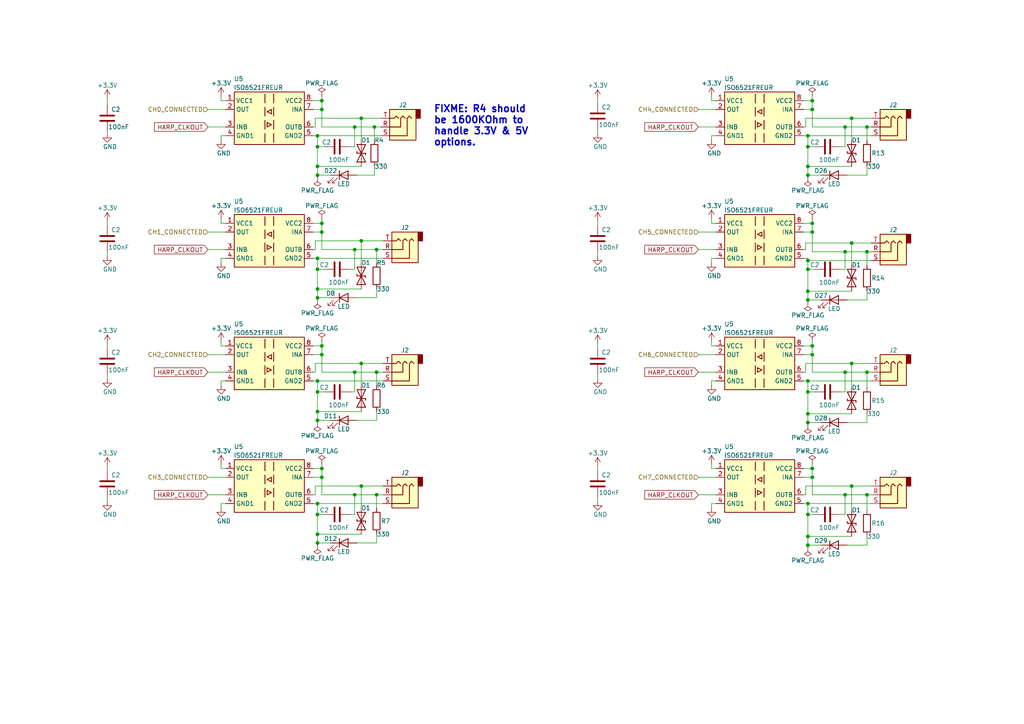
<source format=kicad_sch>
(kicad_sch (version 20230121) (generator eeschema)
  (paper "A4")
  (junction (at 247.015 34.29))
  (junction (at 93.345 138.43))
  (junction (at 102.87 107.95))
  (junction (at 234.315 78.105))
  (junction (at 92.075 39.37))
  (junction (at 92.075 74.93))
  (junction (at 235.585 100.33))
  (junction (at 104.775 69.85))
  (junction (at 109.22 72.39))
  (junction (at 251.46 107.95))
  (junction (at 251.46 36.83))
  (junction (at 102.87 72.39))
  (junction (at 245.11 143.51))
  (junction (at 93.345 135.89))
  (junction (at 234.315 42.545))
  (junction (at 234.315 113.665))
  (junction (at 93.345 100.33))
  (junction (at 234.315 120.015))
  (junction (at 247.015 140.97))
  (junction (at 245.11 107.95))
  (junction (at 92.075 119.38))
  (junction (at 235.585 31.75))
  (junction (at 92.075 110.49))
  (junction (at 235.585 135.89))
  (junction (at 104.775 140.97))
  (junction (at 234.315 146.05))
  (junction (at 92.075 149.225))
  (junction (at 234.315 155.575))
  (junction (at 92.075 154.94))
  (junction (at 234.315 86.995))
  (junction (at 92.075 86.36))
  (junction (at 234.315 50.8))
  (junction (at 108.585 36.83))
  (junction (at 247.015 70.485))
  (junction (at 234.315 39.37))
  (junction (at 234.315 158.115))
  (junction (at 92.075 78.105))
  (junction (at 234.315 84.455))
  (junction (at 109.22 107.95))
  (junction (at 102.87 143.51))
  (junction (at 235.585 138.43))
  (junction (at 245.11 36.83))
  (junction (at 93.345 102.87))
  (junction (at 251.46 143.51))
  (junction (at 251.46 73.025))
  (junction (at 92.075 50.8))
  (junction (at 93.345 31.75))
  (junction (at 92.075 42.545))
  (junction (at 93.345 67.31))
  (junction (at 247.015 105.41))
  (junction (at 234.315 122.555))
  (junction (at 234.315 75.565))
  (junction (at 235.585 67.31))
  (junction (at 92.075 48.26))
  (junction (at 102.87 36.83))
  (junction (at 92.075 146.05))
  (junction (at 104.775 105.41))
  (junction (at 104.775 34.29))
  (junction (at 93.345 29.21))
  (junction (at 234.315 48.26))
  (junction (at 92.075 113.665))
  (junction (at 245.11 73.025))
  (junction (at 235.585 29.21))
  (junction (at 92.075 83.82))
  (junction (at 93.345 64.77))
  (junction (at 234.315 149.225))
  (junction (at 92.075 157.48))
  (junction (at 235.585 102.87))
  (junction (at 109.22 143.51))
  (junction (at 92.075 121.92))
  (junction (at 235.585 64.77))
  (junction (at 234.315 110.49))
  (wire (pts (xy 90.805 138.43) (xy 93.345 138.43)))
  (wire (pts (xy 234.315 149.225) (xy 236.22 149.225)))
  (wire (pts (xy 65.405 74.93) (xy 64.135 74.93)))
  (wire (pts (xy 251.46 50.8) (xy 245.745 50.8)))
  (wire (pts (xy 202.565 102.87) (xy 207.645 102.87)))
  (wire (pts (xy 207.645 135.89) (xy 206.375 135.89)))
  (wire (pts (xy 245.11 73.025) (xy 245.11 78.105)))
  (wire (pts (xy 92.075 39.37) (xy 110.49 39.37)))
  (wire (pts (xy 102.87 72.39) (xy 102.87 78.105)))
  (wire (pts (xy 233.045 100.33) (xy 235.585 100.33)))
  (wire (pts (xy 247.015 34.29) (xy 247.015 40.64)))
  (wire (pts (xy 234.315 155.575) (xy 247.015 155.575)))
  (wire (pts (xy 207.645 39.37) (xy 206.375 39.37)))
  (wire (pts (xy 235.585 102.87) (xy 235.585 100.33)))
  (wire (pts (xy 92.075 149.225) (xy 92.075 146.05)))
  (wire (pts (xy 90.805 64.77) (xy 93.345 64.77)))
  (wire (pts (xy 233.68 140.97) (xy 247.015 140.97)))
  (wire (pts (xy 245.11 107.95) (xy 251.46 107.95)))
  (wire (pts (xy 90.805 102.87) (xy 93.345 102.87)))
  (wire (pts (xy 202.565 31.75) (xy 207.645 31.75)))
  (wire (pts (xy 251.46 158.115) (xy 245.745 158.115)))
  (wire (pts (xy 92.075 149.225) (xy 93.98 149.225)))
  (wire (pts (xy 234.315 75.565) (xy 252.73 75.565)))
  (wire (pts (xy 60.325 102.87) (xy 65.405 102.87)))
  (wire (pts (xy 233.045 74.93) (xy 234.315 74.93)))
  (wire (pts (xy 92.075 157.48) (xy 95.885 157.48)))
  (wire (pts (xy 93.345 31.75) (xy 93.345 29.21)))
  (wire (pts (xy 234.315 120.015) (xy 234.315 122.555)))
  (wire (pts (xy 93.345 143.51) (xy 102.87 143.51)))
  (wire (pts (xy 235.585 36.83) (xy 235.585 31.75)))
  (wire (pts (xy 90.805 135.89) (xy 93.345 135.89)))
  (wire (pts (xy 233.68 105.41) (xy 247.015 105.41)))
  (wire (pts (xy 206.375 63.5) (xy 206.375 64.77)))
  (wire (pts (xy 233.045 146.05) (xy 234.315 146.05)))
  (wire (pts (xy 251.46 36.83) (xy 252.73 36.83)))
  (wire (pts (xy 108.585 36.83) (xy 108.585 40.64)))
  (wire (pts (xy 104.775 105.41) (xy 111.125 105.41)))
  (wire (pts (xy 90.805 143.51) (xy 91.44 143.51)))
  (wire (pts (xy 102.87 107.95) (xy 109.22 107.95)))
  (wire (pts (xy 234.315 75.565) (xy 234.315 74.93)))
  (wire (pts (xy 233.045 102.87) (xy 235.585 102.87)))
  (wire (pts (xy 235.585 107.95) (xy 235.585 102.87)))
  (wire (pts (xy 64.135 63.5) (xy 64.135 64.77)))
  (wire (pts (xy 109.22 157.48) (xy 103.505 157.48)))
  (wire (pts (xy 235.585 134.62) (xy 235.585 135.89)))
  (wire (pts (xy 233.045 143.51) (xy 233.68 143.51)))
  (wire (pts (xy 235.585 73.025) (xy 235.585 67.31)))
  (wire (pts (xy 233.68 107.95) (xy 233.68 105.41)))
  (wire (pts (xy 207.645 110.49) (xy 206.375 110.49)))
  (wire (pts (xy 92.075 50.8) (xy 95.885 50.8)))
  (wire (pts (xy 104.775 105.41) (xy 104.775 111.76)))
  (wire (pts (xy 92.075 158.115) (xy 92.075 157.48)))
  (wire (pts (xy 251.46 107.95) (xy 251.46 112.395)))
  (wire (pts (xy 235.585 73.025) (xy 245.11 73.025)))
  (wire (pts (xy 31.115 38.1) (xy 31.115 38.735)))
  (wire (pts (xy 92.075 149.225) (xy 92.075 154.94)))
  (wire (pts (xy 104.775 34.29) (xy 104.775 40.64)))
  (wire (pts (xy 234.315 48.26) (xy 247.015 48.26)))
  (wire (pts (xy 234.315 158.115) (xy 238.125 158.115)))
  (wire (pts (xy 31.115 73.025) (xy 31.115 74.295)))
  (wire (pts (xy 234.315 39.37) (xy 252.73 39.37)))
  (wire (pts (xy 90.805 67.31) (xy 93.345 67.31)))
  (wire (pts (xy 234.315 86.995) (xy 234.315 87.63)))
  (wire (pts (xy 102.87 143.51) (xy 102.87 149.225)))
  (wire (pts (xy 109.22 86.36) (xy 103.505 86.36)))
  (wire (pts (xy 235.585 107.95) (xy 245.11 107.95)))
  (wire (pts (xy 233.045 36.83) (xy 233.68 36.83)))
  (wire (pts (xy 92.075 154.94) (xy 92.075 157.48)))
  (wire (pts (xy 234.315 50.8) (xy 238.125 50.8)))
  (wire (pts (xy 234.315 113.665) (xy 236.22 113.665)))
  (wire (pts (xy 102.87 107.95) (xy 102.87 113.665)))
  (wire (pts (xy 92.075 86.36) (xy 95.885 86.36)))
  (wire (pts (xy 104.775 69.85) (xy 104.775 76.2)))
  (wire (pts (xy 206.375 146.05) (xy 206.375 147.32)))
  (wire (pts (xy 64.135 110.49) (xy 64.135 111.76)))
  (wire (pts (xy 31.115 64.135) (xy 31.115 65.405)))
  (wire (pts (xy 90.805 29.21) (xy 93.345 29.21)))
  (wire (pts (xy 60.325 67.31) (xy 65.405 67.31)))
  (wire (pts (xy 247.015 70.485) (xy 252.73 70.485)))
  (wire (pts (xy 251.46 73.025) (xy 252.73 73.025)))
  (wire (pts (xy 234.315 149.225) (xy 234.315 155.575)))
  (wire (pts (xy 173.355 64.135) (xy 173.355 65.405)))
  (wire (pts (xy 233.68 36.83) (xy 233.68 34.29)))
  (wire (pts (xy 234.315 158.115) (xy 234.315 158.75)))
  (wire (pts (xy 233.045 110.49) (xy 234.315 110.49)))
  (wire (pts (xy 64.135 27.94) (xy 64.135 29.21)))
  (wire (pts (xy 93.345 27.94) (xy 93.345 29.21)))
  (wire (pts (xy 91.44 105.41) (xy 104.775 105.41)))
  (wire (pts (xy 234.315 84.455) (xy 234.315 86.995)))
  (wire (pts (xy 251.46 73.025) (xy 251.46 76.835)))
  (wire (pts (xy 233.045 135.89) (xy 235.585 135.89)))
  (wire (pts (xy 92.075 146.05) (xy 111.125 146.05)))
  (wire (pts (xy 206.375 110.49) (xy 206.375 111.76)))
  (wire (pts (xy 251.46 84.455) (xy 251.46 86.995)))
  (wire (pts (xy 64.135 74.93) (xy 64.135 76.2)))
  (wire (pts (xy 104.775 34.29) (xy 110.49 34.29)))
  (wire (pts (xy 93.345 36.83) (xy 102.87 36.83)))
  (wire (pts (xy 93.345 134.62) (xy 93.345 135.89)))
  (wire (pts (xy 31.115 108.585) (xy 31.115 109.855)))
  (wire (pts (xy 93.345 138.43) (xy 93.345 135.89)))
  (wire (pts (xy 65.405 39.37) (xy 64.135 39.37)))
  (wire (pts (xy 247.015 34.29) (xy 252.73 34.29)))
  (wire (pts (xy 207.645 29.21) (xy 206.375 29.21)))
  (wire (pts (xy 90.805 110.49) (xy 92.075 110.49)))
  (wire (pts (xy 243.84 42.545) (xy 245.11 42.545)))
  (wire (pts (xy 235.585 143.51) (xy 235.585 138.43)))
  (wire (pts (xy 234.315 42.545) (xy 234.315 48.26)))
  (wire (pts (xy 243.84 113.665) (xy 245.11 113.665)))
  (wire (pts (xy 202.565 107.95) (xy 207.645 107.95)))
  (wire (pts (xy 234.315 155.575) (xy 234.315 158.115)))
  (wire (pts (xy 233.68 72.39) (xy 233.68 70.485)))
  (wire (pts (xy 92.075 119.38) (xy 92.075 121.92)))
  (wire (pts (xy 92.075 83.82) (xy 92.075 86.36)))
  (wire (pts (xy 64.135 99.06) (xy 64.135 100.33)))
  (wire (pts (xy 60.325 72.39) (xy 65.405 72.39)))
  (wire (pts (xy 109.22 107.95) (xy 111.125 107.95)))
  (wire (pts (xy 243.84 78.105) (xy 245.11 78.105)))
  (wire (pts (xy 109.22 119.38) (xy 109.22 121.92)))
  (wire (pts (xy 202.565 72.39) (xy 207.645 72.39)))
  (wire (pts (xy 60.325 31.75) (xy 65.405 31.75)))
  (wire (pts (xy 102.87 36.83) (xy 102.87 42.545)))
  (wire (pts (xy 233.045 31.75) (xy 235.585 31.75)))
  (wire (pts (xy 173.355 73.025) (xy 173.355 74.295)))
  (wire (pts (xy 233.68 34.29) (xy 247.015 34.29)))
  (wire (pts (xy 234.315 113.665) (xy 234.315 120.015)))
  (wire (pts (xy 104.775 69.85) (xy 111.125 69.85)))
  (wire (pts (xy 251.46 36.83) (xy 251.46 40.64)))
  (wire (pts (xy 234.315 110.49) (xy 252.73 110.49)))
  (wire (pts (xy 64.135 134.62) (xy 64.135 135.89)))
  (wire (pts (xy 206.375 39.37) (xy 206.375 40.64)))
  (wire (pts (xy 31.115 144.145) (xy 31.115 145.415)))
  (wire (pts (xy 93.345 143.51) (xy 93.345 138.43)))
  (wire (pts (xy 92.075 110.49) (xy 111.125 110.49)))
  (wire (pts (xy 91.44 140.97) (xy 104.775 140.97)))
  (wire (pts (xy 206.375 99.06) (xy 206.375 100.33)))
  (wire (pts (xy 91.44 72.39) (xy 91.44 69.85)))
  (wire (pts (xy 92.075 86.995) (xy 92.075 86.36)))
  (wire (pts (xy 60.325 36.83) (xy 65.405 36.83)))
  (wire (pts (xy 91.44 34.29) (xy 104.775 34.29)))
  (wire (pts (xy 92.075 48.26) (xy 104.775 48.26)))
  (wire (pts (xy 93.345 72.39) (xy 93.345 67.31)))
  (wire (pts (xy 247.015 140.97) (xy 252.73 140.97)))
  (wire (pts (xy 93.345 107.95) (xy 93.345 102.87)))
  (wire (pts (xy 233.68 70.485) (xy 247.015 70.485)))
  (wire (pts (xy 247.015 105.41) (xy 252.73 105.41)))
  (wire (pts (xy 247.015 105.41) (xy 247.015 112.395)))
  (wire (pts (xy 234.315 51.435) (xy 234.315 50.8)))
  (wire (pts (xy 65.405 64.77) (xy 64.135 64.77)))
  (wire (pts (xy 92.075 74.93) (xy 111.125 74.93)))
  (wire (pts (xy 60.325 143.51) (xy 65.405 143.51)))
  (wire (pts (xy 234.315 149.225) (xy 234.315 146.05)))
  (wire (pts (xy 90.805 36.83) (xy 91.44 36.83)))
  (wire (pts (xy 92.075 121.92) (xy 95.885 121.92)))
  (wire (pts (xy 93.345 36.83) (xy 93.345 31.75)))
  (wire (pts (xy 65.405 146.05) (xy 64.135 146.05)))
  (wire (pts (xy 234.315 120.015) (xy 247.015 120.015)))
  (wire (pts (xy 92.075 113.665) (xy 93.98 113.665)))
  (wire (pts (xy 108.585 36.83) (xy 110.49 36.83)))
  (wire (pts (xy 235.585 143.51) (xy 245.11 143.51)))
  (wire (pts (xy 102.87 36.83) (xy 108.585 36.83)))
  (wire (pts (xy 31.115 99.695) (xy 31.115 100.965)))
  (wire (pts (xy 92.075 113.665) (xy 92.075 119.38)))
  (wire (pts (xy 234.315 146.05) (xy 252.73 146.05)))
  (wire (pts (xy 235.585 36.83) (xy 245.11 36.83)))
  (wire (pts (xy 60.325 138.43) (xy 65.405 138.43)))
  (wire (pts (xy 235.585 27.94) (xy 235.585 29.21)))
  (wire (pts (xy 207.645 64.77) (xy 206.375 64.77)))
  (wire (pts (xy 109.22 83.82) (xy 109.22 86.36)))
  (wire (pts (xy 92.075 154.94) (xy 104.775 154.94)))
  (wire (pts (xy 235.585 63.5) (xy 235.585 64.77)))
  (wire (pts (xy 251.46 122.555) (xy 245.745 122.555)))
  (wire (pts (xy 235.585 67.31) (xy 235.585 64.77)))
  (wire (pts (xy 90.805 72.39) (xy 91.44 72.39)))
  (wire (pts (xy 206.375 27.94) (xy 206.375 29.21)))
  (wire (pts (xy 173.355 108.585) (xy 173.355 109.855)))
  (wire (pts (xy 65.405 135.89) (xy 64.135 135.89)))
  (wire (pts (xy 92.075 122.555) (xy 92.075 121.92)))
  (wire (pts (xy 234.315 42.545) (xy 234.315 39.37)))
  (wire (pts (xy 234.315 78.105) (xy 234.315 84.455)))
  (wire (pts (xy 93.345 99.06) (xy 93.345 100.33)))
  (wire (pts (xy 93.345 63.5) (xy 93.345 64.77)))
  (wire (pts (xy 92.075 42.545) (xy 93.98 42.545)))
  (wire (pts (xy 93.345 102.87) (xy 93.345 100.33)))
  (wire (pts (xy 92.075 78.105) (xy 92.075 74.93)))
  (wire (pts (xy 251.46 143.51) (xy 251.46 147.955)))
  (wire (pts (xy 109.22 143.51) (xy 109.22 147.32)))
  (wire (pts (xy 104.775 140.97) (xy 104.775 147.32)))
  (wire (pts (xy 65.405 100.33) (xy 64.135 100.33)))
  (wire (pts (xy 93.345 107.95) (xy 102.87 107.95)))
  (wire (pts (xy 207.645 74.93) (xy 206.375 74.93)))
  (wire (pts (xy 91.44 107.95) (xy 91.44 105.41)))
  (wire (pts (xy 101.6 149.225) (xy 102.87 149.225)))
  (wire (pts (xy 92.075 48.26) (xy 92.075 50.8)))
  (wire (pts (xy 108.585 48.26) (xy 108.585 50.8)))
  (wire (pts (xy 109.22 143.51) (xy 111.125 143.51)))
  (wire (pts (xy 64.135 146.05) (xy 64.135 147.32)))
  (wire (pts (xy 93.345 67.31) (xy 93.345 64.77)))
  (wire (pts (xy 234.315 42.545) (xy 236.22 42.545)))
  (wire (pts (xy 251.46 120.015) (xy 251.46 122.555)))
  (wire (pts (xy 31.115 135.255) (xy 31.115 136.525)))
  (wire (pts (xy 109.22 72.39) (xy 111.125 72.39)))
  (wire (pts (xy 202.565 67.31) (xy 207.645 67.31)))
  (wire (pts (xy 92.075 113.665) (xy 92.075 110.49)))
  (wire (pts (xy 102.87 143.51) (xy 109.22 143.51)))
  (wire (pts (xy 251.46 86.995) (xy 245.745 86.995)))
  (wire (pts (xy 235.585 99.06) (xy 235.585 100.33)))
  (wire (pts (xy 234.315 122.555) (xy 234.315 123.19)))
  (wire (pts (xy 173.355 37.465) (xy 173.355 38.735)))
  (wire (pts (xy 233.045 64.77) (xy 235.585 64.77)))
  (wire (pts (xy 104.775 140.97) (xy 111.125 140.97)))
  (wire (pts (xy 173.355 135.255) (xy 173.355 136.525)))
  (wire (pts (xy 92.075 119.38) (xy 104.775 119.38)))
  (wire (pts (xy 92.075 78.105) (xy 93.98 78.105)))
  (wire (pts (xy 108.585 50.8) (xy 103.505 50.8)))
  (wire (pts (xy 90.805 74.93) (xy 92.075 74.93)))
  (wire (pts (xy 233.045 138.43) (xy 235.585 138.43)))
  (wire (pts (xy 91.44 143.51) (xy 91.44 140.97)))
  (wire (pts (xy 31.115 28.575) (xy 31.115 30.48)))
  (wire (pts (xy 207.645 100.33) (xy 206.375 100.33)))
  (wire (pts (xy 101.6 42.545) (xy 102.87 42.545)))
  (wire (pts (xy 233.045 39.37) (xy 234.315 39.37)))
  (wire (pts (xy 245.11 36.83) (xy 251.46 36.83)))
  (wire (pts (xy 90.805 146.05) (xy 92.075 146.05)))
  (wire (pts (xy 234.315 86.995) (xy 238.125 86.995)))
  (wire (pts (xy 247.015 70.485) (xy 247.015 76.835)))
  (wire (pts (xy 243.84 149.225) (xy 245.11 149.225)))
  (wire (pts (xy 234.315 78.105) (xy 236.22 78.105)))
  (wire (pts (xy 233.045 72.39) (xy 233.68 72.39)))
  (wire (pts (xy 202.565 138.43) (xy 207.645 138.43)))
  (wire (pts (xy 245.11 143.51) (xy 245.11 149.225)))
  (wire (pts (xy 251.46 155.575) (xy 251.46 158.115)))
  (wire (pts (xy 233.045 67.31) (xy 235.585 67.31)))
  (wire (pts (xy 251.46 143.51) (xy 252.73 143.51)))
  (wire (pts (xy 234.315 48.26) (xy 234.315 50.8)))
  (wire (pts (xy 245.11 107.95) (xy 245.11 113.665)))
  (wire (pts (xy 234.315 122.555) (xy 238.125 122.555)))
  (wire (pts (xy 251.46 48.26) (xy 251.46 50.8)))
  (wire (pts (xy 92.075 83.82) (xy 92.075 78.105)))
  (wire (pts (xy 245.11 73.025) (xy 251.46 73.025)))
  (wire (pts (xy 65.405 29.21) (xy 64.135 29.21)))
  (wire (pts (xy 251.46 107.95) (xy 252.73 107.95)))
  (wire (pts (xy 234.315 113.665) (xy 234.315 110.49)))
  (wire (pts (xy 207.645 146.05) (xy 206.375 146.05)))
  (wire (pts (xy 206.375 134.62) (xy 206.375 135.89)))
  (wire (pts (xy 92.075 42.545) (xy 92.075 39.37)))
  (wire (pts (xy 90.805 107.95) (xy 91.44 107.95)))
  (wire (pts (xy 102.87 72.39) (xy 109.22 72.39)))
  (wire (pts (xy 109.22 154.94) (xy 109.22 157.48)))
  (wire (pts (xy 173.355 144.145) (xy 173.355 145.415)))
  (wire (pts (xy 90.805 31.75) (xy 93.345 31.75)))
  (wire (pts (xy 64.135 39.37) (xy 64.135 40.64)))
  (wire (pts (xy 65.405 110.49) (xy 64.135 110.49)))
  (wire (pts (xy 206.375 74.93) (xy 206.375 76.2)))
  (wire (pts (xy 93.345 72.39) (xy 102.87 72.39)))
  (wire (pts (xy 90.805 39.37) (xy 92.075 39.37)))
  (wire (pts (xy 101.6 113.665) (xy 102.87 113.665)))
  (wire (pts (xy 60.325 107.95) (xy 65.405 107.95)))
  (wire (pts (xy 109.22 107.95) (xy 109.22 111.76)))
  (wire (pts (xy 101.6 78.105) (xy 102.87 78.105)))
  (wire (pts (xy 92.075 83.82) (xy 104.775 83.82)))
  (wire (pts (xy 245.11 143.51) (xy 251.46 143.51)))
  (wire (pts (xy 109.22 121.92) (xy 103.505 121.92)))
  (wire (pts (xy 91.44 36.83) (xy 91.44 34.29)))
  (wire (pts (xy 233.045 107.95) (xy 233.68 107.95)))
  (wire (pts (xy 202.565 36.83) (xy 207.645 36.83)))
  (wire (pts (xy 92.075 51.435) (xy 92.075 50.8)))
  (wire (pts (xy 202.565 143.51) (xy 207.645 143.51)))
  (wire (pts (xy 245.11 36.83) (xy 245.11 42.545)))
  (wire (pts (xy 173.355 99.695) (xy 173.355 100.965)))
  (wire (pts (xy 91.44 69.85) (xy 104.775 69.85)))
  (wire (pts (xy 109.22 72.39) (xy 109.22 76.2)))
  (wire (pts (xy 233.68 143.51) (xy 233.68 140.97)))
  (wire (pts (xy 90.805 100.33) (xy 93.345 100.33)))
  (wire (pts (xy 234.315 84.455) (xy 247.015 84.455)))
  (wire (pts (xy 233.045 29.21) (xy 235.585 29.21)))
  (wire (pts (xy 247.015 140.97) (xy 247.015 147.955)))
  (wire (pts (xy 173.355 28.575) (xy 173.355 29.845)))
  (wire (pts (xy 235.585 31.75) (xy 235.585 29.21)))
  (wire (pts (xy 234.315 78.105) (xy 234.315 75.565)))
  (wire (pts (xy 235.585 138.43) (xy 235.585 135.89)))
  (wire (pts (xy 92.075 42.545) (xy 92.075 48.26)))
  (text "FIXME: R4 should\nbe 1600KOhm to\nhandle 3.3V & 5V\noptions." (at 125.73 42.545 0) (effects (font (size 2 2) (thickness 0.4) bold) (justify left bottom)))
  (global_label "HARP_CLKOUT" (shape input) (at 202.565 107.95 180) (property "Intersheetrefs" "${INTERSHEET_REFS}" (effects hide)))
  (global_label "HARP_CLKOUT" (shape input) (at 202.565 36.83 180) (property "Intersheetrefs" "${INTERSHEET_REFS}" (effects hide)))
  (global_label "HARP_CLKOUT" (shape input) (at 60.325 107.95 180) (property "Intersheetrefs" "${INTERSHEET_REFS}" (effects hide)))
  (global_label "HARP_CLKOUT" (shape input) (at 202.565 72.39 180) (property "Intersheetrefs" "${INTERSHEET_REFS}" (effects hide)))
  (global_label "HARP_CLKOUT" (shape input) (at 202.565 143.51 180) (property "Intersheetrefs" "${INTERSHEET_REFS}" (effects hide)))
  (global_label "HARP_CLKOUT" (shape input) (at 60.325 143.51 180) (property "Intersheetrefs" "${INTERSHEET_REFS}" (effects hide)))
  (global_label "HARP_CLKOUT" (shape input) (at 60.325 72.39 180) (property "Intersheetrefs" "${INTERSHEET_REFS}" (effects hide)))
  (global_label "HARP_CLKOUT" (shape input) (at 60.325 36.83 180) (property "Intersheetrefs" "${INTERSHEET_REFS}" (effects hide)))
  (hierarchical_label "CH7_CONNECTED" (shape input) (at 202.565 138.43 180))
  (hierarchical_label "CH5_CONNECTED" (shape input) (at 202.565 67.31 180))
  (hierarchical_label "CH3_CONNECTED" (shape input) (at 60.325 138.43 180))
  (hierarchical_label "CH4_CONNECTED" (shape input) (at 202.565 31.75 180))
  (hierarchical_label "CH2_CONNECTED" (shape input) (at 60.325 102.87 180))
  (hierarchical_label "CH6_CONNECTED" (shape input) (at 202.565 102.87 180))
  (hierarchical_label "CH0_CONNECTED" (shape input) (at 60.325 31.75 180))
  (hierarchical_label "CH1_CONNECTED" (shape input) (at 60.325 67.31 180))
  (symbol (lib_id "power:PWR_FLAG") (at 235.585 99.06 0) (unit 1)
    (property "Reference" "#FLG04" (effects hide))
    (property "Value" "PWR_FLAG" (at 235.585 95.25 0))
    (instances (project "clock_sync_16" (path "" (reference "#FLG04") (unit 1)) (path "" (reference "#FLG018") (unit 1))))
  )
  (symbol (lib_id "power:PWR_FLAG") (at 92.075 122.555 180) (unit 1)
    (property "Reference" "#FLG05" (effects hide))
    (property "Value" "PWR_FLAG" (at 92.075 126.365 0))
    (instances (project "clock_sync_16" (path "" (reference "#FLG05") (unit 1)) (path "" (reference "#FLG08") (unit 1))))
  )
  (symbol (lib_id "power:GND") (at 206.375 76.2 0) (unit 1)
    (property "Reference" "#PWR019" (effects hide))
    (property "Value" "GND" (at 205.105 80.01 0) (effects (justify left)))
    (instances (project "clock_sync_16" (path "" (reference "#PWR019") (unit 1)) (path "" (reference "#PWR06") (unit 1)) (path "" (reference "#PWR084") (unit 1))) (project "harp_lick_detector_capactive" (path "" (reference "#PWR031") (unit 1))))
  )
  (symbol (lib_id "Device:R") (at 251.46 44.45 0) (unit 1)
    (property "Reference" "R13" (at 252.73 44.45 0) (effects (justify left)))
    (property "Value" "330" (at 251.46 48.26 0) (effects (justify left)))
    (property "Footprint" "Resistor_SMD:R_0402_1005Metric" (effects hide))
    (property "Datasheet" "https://www.yageo.com/upload/media/product/products/datasheet/rchip/PYu-RC_Group_51_RoHS_L_12.pdf" (effects hide))
    (property "Manufacturer" "Yageo" (effects hide))
    (property "Manufacturer Number" "RC0402FR-07330RL" (effects hide))
    (property "Link" "https://www.digikey.com/en/products/detail/yageo/RC0402FR-07330RL/726594" (effects hide))
  )
  (symbol (lib_id "kicad_component_library:ISO6521FREUR") (at 78.105 69.85 0) (unit 1)
    (property "Reference" "U5" (at 69.215 58.42 0))
    (property "Value" "ISO6521FREUR" (at 74.93 60.96 0))
    (property "Footprint" "kicad_component_library:DFN-8_3x2mm_P0.5mm" (effects hide))
    (property "Datasheet" "https://www.ti.com/lit/ds/symlink/iso6521.pdf?ts=1710940335793&ref_url=https%253A%252F%252Fwww.ti.com%252Fproduct%252FISO6521" (effects hide))
    (property "Manufacturer" "Texas Instruments" (effects hide))
    (property "Manufacturer Number" "ISO6521FREUR" (effects hide))
    (instances (project "clock_sync_16" (path "" (reference "U5") (unit 1)) (path "" (reference "U6") (unit 1))))
  )
  (symbol (lib_id "power:GND") (at 64.135 111.76 0) (unit 1)
    (property "Reference" "#PWR019" (effects hide))
    (property "Value" "GND" (at 62.865 115.57 0) (effects (justify left)))
    (instances (project "clock_sync_16" (path "" (reference "#PWR019") (unit 1)) (path "" (reference "#PWR06") (unit 1)) (path "" (reference "#PWR062") (unit 1))) (project "harp_lick_detector_capactive" (path "" (reference "#PWR031") (unit 1))))
  )
  (symbol (lib_id "Device:LED") (at 99.695 157.48 0) (unit 1)
    (property "Reference" "D12" (at 95.885 156.21 0))
    (property "Value" "LED" (at 99.695 160.02 0))
    (property "Footprint" "LED_SMD:LED_0603_1608Metric_Pad1.05x0.95mm_HandSolder" (effects hide))
    (property "Datasheet" "https://www.sunledusa.com/products/spec/XZCM2CYK53WA-1VF.pdf" (effects hide))
    (property "Manufacturer" "Kingbright" (effects hide))
    (property "Manufacturer Number" "XZCM2CYK53WA-1VF" (effects hide))
    (property "Link" "https://www.digikey.com/en/products/detail/sunled/XZCM2CYK53WA-1VF/15761903" (effects hide))
    (property "Notes" "2mA, 24mcd, yellow" (effects hide))
  )
  (symbol (lib_id "power:+3.3V") (at 206.375 63.5 0) (unit 1)
    (property "Reference" "#PWR013" (effects hide))
    (property "Value" "+3.3V" (at 206.375 59.69 0))
    (instances (project "clock_sync_16" (path "" (reference "#PWR013") (unit 1)) (path "" (reference "#PWR034") (unit 1)) (path "" (reference "#PWR083") (unit 1))))
  )
  (symbol (lib_id "Connector:AudioJack3") (at 257.81 107.95 180) (unit 1)
    (property "Reference" "J2" (at 259.08 101.6 0))
    (property "Value" "AudioJack3" (effects hide))
    (property "Footprint" "kicad_component_library:Jack_3.5mm_Kycon_STX-3680-5NB_Vertical" (effects hide))
    (property "Datasheet" "https://www.kycon.com/Pub_Eng_Draw/STX-3680-5NB.pdf" (effects hide))
    (property "Link" "https://www.digikey.com/en/products/detail/kycon-inc/STX-3680-5NB/9975997" (effects hide))
    (property "Manufacturer Number" "STX-3680-5NB" (effects hide))
    (property "Manufacturer" "Kycon" (effects hide))
    (instances (project "clock_sync_16" (path "" (reference "J2") (unit 1)) (path "" (reference "J1") (unit 1)) (path "" (reference "J9") (unit 1))) (project "harp_lick_detector_capactive" (path "" (reference "J4") (unit 1))))
  )
  (symbol (lib_id "Device:D_TVS") (at 104.775 151.13 90) (unit 1)
    (property "Reference" "D1" (at 104.775 147.32 90) (effects (justify right)))
    (property "Value" "D_TVS" (effects hide))
    (property "Footprint" "Diode_SMD:D_0402_1005Metric" (effects hide))
    (property "Datasheet" "https://www.onsemi.com/pdf/datasheet/esd7571-d.pdf" (effects hide))
    (property "Link" "https://www.digikey.com/en/products/detail/onsemi/ESD7571N2T5G/7220690" (effects hide))
    (property "Manufacturer" "onsemi" (effects hide))
    (property "Manufacturer Number" "ESD7571N2T5G" (effects hide))
    (property "Notes" "not polarized" (effects hide))
    (instances (project "clock_sync_16" (path "" (reference "D1") (unit 1)) (path "" (reference "D6") (unit 1)) (path "" (reference "D10") (unit 1))) (project "usb_isolated" (path "" (reference "D3") (unit 1))))
  )
  (symbol (lib_id "Device:C") (at 173.355 33.655 180) (unit 1)
    (property "Reference" "C2" (at 177.165 31.115 0) (effects (justify left)))
    (property "Value" "100nF" (at 179.705 36.195 0) (effects (justify left)))
    (property "Footprint" "Capacitor_SMD:C_0402_1005Metric" (effects hide))
    (property "Datasheet" "http://www.passivecomponent.com/wp-content/uploads/datasheet/WTC_MLCC_General_Purpose.pdf" (effects hide))
    (property "Link" "https://www.digikey.com/en/products/detail/walsin-technology-corporation/0402B104K160CT/6707534" (effects hide))
    (property "Manufacturer" "Walson Technology Corporation" (effects hide))
    (property "Manufacturer Number" "0402B104K160CT" (effects hide))
    (property "Rated Voltage" "16V" (effects hide))
    (property "Temperature Coefficient" "X7R" (effects hide))
    (property "Tolerance" "10%" (effects hide))
    (property "PCBWay Link" "https://www.pcbway.com/components/detail/0402B104K160CT/307171/" (effects hide))
    (instances (project "clock_sync_16" (path "" (reference "C2") (unit 1)) (path "" (reference "C28") (unit 1))) (project "harp_lick_detector_capactive" (path "" (reference "C1") (unit 1))))
  )
  (symbol (lib_id "power:+3.3V") (at 31.115 99.695 0) (unit 1)
    (property "Reference" "#PWR020" (effects hide))
    (property "Value" "+3.3V" (at 31.115 95.885 0))
    (instances (project "clock_sync_16" (path "" (reference "#PWR020") (unit 1)) (path "" (reference "#PWR037") (unit 1)) (path "" (reference "#PWR053") (unit 1))) (project "harp_lick_detector_capactive" (path "" (reference "#PWR017") (unit 1))))
  )
  (symbol (lib_id "Device:C") (at 173.355 140.335 180) (unit 1)
    (property "Reference" "C2" (at 177.165 137.795 0) (effects (justify left)))
    (property "Value" "100nF" (at 179.705 142.875 0) (effects (justify left)))
    (property "Footprint" "Capacitor_SMD:C_0402_1005Metric" (effects hide))
    (property "Datasheet" "http://www.passivecomponent.com/wp-content/uploads/datasheet/WTC_MLCC_General_Purpose.pdf" (effects hide))
    (property "Link" "https://www.digikey.com/en/products/detail/walsin-technology-corporation/0402B104K160CT/6707534" (effects hide))
    (property "Manufacturer" "Walson Technology Corporation" (effects hide))
    (property "Manufacturer Number" "0402B104K160CT" (effects hide))
    (property "Rated Voltage" "16V" (effects hide))
    (property "Temperature Coefficient" "X7R" (effects hide))
    (property "Tolerance" "10%" (effects hide))
    (property "PCBWay Link" "https://www.pcbway.com/components/detail/0402B104K160CT/307171/" (effects hide))
    (instances (project "clock_sync_16" (path "" (reference "C2") (unit 1)) (path "" (reference "C31") (unit 1))) (project "harp_lick_detector_capactive" (path "" (reference "C1") (unit 1))))
  )
  (symbol (lib_id "power:GND") (at 206.375 147.32 0) (unit 1)
    (property "Reference" "#PWR019" (effects hide))
    (property "Value" "GND" (at 205.105 151.13 0) (effects (justify left)))
    (instances (project "clock_sync_16" (path "" (reference "#PWR019") (unit 1)) (path "" (reference "#PWR06") (unit 1)) (path "" (reference "#PWR088") (unit 1))) (project "harp_lick_detector_capactive" (path "" (reference "#PWR031") (unit 1))))
  )
  (symbol (lib_id "Device:C") (at 97.79 78.105 270) (unit 1)
    (property "Reference" "C2" (at 92.71 76.835 90) (effects (justify left)))
    (property "Value" "100nF" (at 95.25 81.915 90) (effects (justify left)))
    (property "Footprint" "Capacitor_SMD:C_0402_1005Metric" (effects hide))
    (property "Datasheet" "http://www.passivecomponent.com/wp-content/uploads/datasheet/WTC_MLCC_General_Purpose.pdf" (effects hide))
    (property "Link" "https://www.digikey.com/en/products/detail/walsin-technology-corporation/0402B104K160CT/6707534" (effects hide))
    (property "Manufacturer" "Walson Technology Corporation" (effects hide))
    (property "Manufacturer Number" "0402B104K160CT" (effects hide))
    (property "Rated Voltage" "16V" (effects hide))
    (property "Temperature Coefficient" "X7R" (effects hide))
    (property "Tolerance" "10%" (effects hide))
    (property "PCBWay Link" "https://www.pcbway.com/components/detail/0402B104K160CT/307171/" (effects hide))
    (instances (project "clock_sync_16" (path "" (reference "C2") (unit 1)) (path "" (reference "C7") (unit 1))) (project "harp_lick_detector_capactive" (path "" (reference "C1") (unit 1))))
  )
  (symbol (lib_id "Device:C") (at 173.355 69.215 180) (unit 1)
    (property "Reference" "C2" (at 177.165 66.675 0) (effects (justify left)))
    (property "Value" "100nF" (at 179.705 71.755 0) (effects (justify left)))
    (property "Footprint" "Capacitor_SMD:C_0402_1005Metric" (effects hide))
    (property "Datasheet" "http://www.passivecomponent.com/wp-content/uploads/datasheet/WTC_MLCC_General_Purpose.pdf" (effects hide))
    (property "Link" "https://www.digikey.com/en/products/detail/walsin-technology-corporation/0402B104K160CT/6707534" (effects hide))
    (property "Manufacturer" "Walson Technology Corporation" (effects hide))
    (property "Manufacturer Number" "0402B104K160CT" (effects hide))
    (property "Rated Voltage" "16V" (effects hide))
    (property "Temperature Coefficient" "X7R" (effects hide))
    (property "Tolerance" "10%" (effects hide))
    (property "PCBWay Link" "https://www.pcbway.com/components/detail/0402B104K160CT/307171/" (effects hide))
    (instances (project "clock_sync_16" (path "" (reference "C2") (unit 1)) (path "" (reference "C29") (unit 1))) (project "harp_lick_detector_capactive" (path "" (reference "C1") (unit 1))))
  )
  (symbol (lib_id "power:GND") (at 206.375 111.76 0) (unit 1)
    (property "Reference" "#PWR019" (effects hide))
    (property "Value" "GND" (at 205.105 115.57 0) (effects (justify left)))
    (instances (project "clock_sync_16" (path "" (reference "#PWR019") (unit 1)) (path "" (reference "#PWR06") (unit 1)) (path "" (reference "#PWR086") (unit 1))) (project "harp_lick_detector_capactive" (path "" (reference "#PWR031") (unit 1))))
  )
  (symbol (lib_id "power:+3.3V") (at 206.375 99.06 0) (unit 1)
    (property "Reference" "#PWR013" (effects hide))
    (property "Value" "+3.3V" (at 206.375 95.25 0))
    (instances (project "clock_sync_16" (path "" (reference "#PWR013") (unit 1)) (path "" (reference "#PWR034") (unit 1)) (path "" (reference "#PWR085") (unit 1))))
  )
  (symbol (lib_id "Connector:AudioJack3") (at 257.81 143.51 180) (unit 1)
    (property "Reference" "J2" (at 259.08 137.16 0))
    (property "Value" "AudioJack3" (effects hide))
    (property "Footprint" "kicad_component_library:Jack_3.5mm_Kycon_STX-3680-5NB_Vertical" (effects hide))
    (property "Datasheet" "https://www.kycon.com/Pub_Eng_Draw/STX-3680-5NB.pdf" (effects hide))
    (property "Link" "https://www.digikey.com/en/products/detail/kycon-inc/STX-3680-5NB/9975997" (effects hide))
    (property "Manufacturer Number" "STX-3680-5NB" (effects hide))
    (property "Manufacturer" "Kycon" (effects hide))
    (instances (project "clock_sync_16" (path "" (reference "J2") (unit 1)) (path "" (reference "J1") (unit 1)) (path "" (reference "J10") (unit 1))) (project "harp_lick_detector_capactive" (path "" (reference "J4") (unit 1))))
  )
  (symbol (lib_id "power:PWR_FLAG") (at 93.345 27.94 0) (unit 1)
    (property "Reference" "#FLG04" (effects hide))
    (property "Value" "PWR_FLAG" (at 93.345 24.13 0))
    (instances (project "clock_sync_16" (path "" (reference "#FLG04") (unit 1)) (path "" (reference "#FLG05") (unit 1))))
  )
  (symbol (lib_id "Device:C") (at 31.115 34.29 180) (unit 1)
    (property "Reference" "C2" (at 34.925 31.75 0) (effects (justify left)))
    (property "Value" "100nF" (at 37.465 36.83 0) (effects (justify left)))
    (property "Footprint" "Capacitor_SMD:C_0402_1005Metric" (effects hide))
    (property "Datasheet" "http://www.passivecomponent.com/wp-content/uploads/datasheet/WTC_MLCC_General_Purpose.pdf" (effects hide))
    (property "Link" "https://www.digikey.com/en/products/detail/walsin-technology-corporation/0402B104K160CT/6707534" (effects hide))
    (property "Manufacturer" "Walson Technology Corporation" (effects hide))
    (property "Manufacturer Number" "0402B104K160CT" (effects hide))
    (property "Rated Voltage" "16V" (effects hide))
    (property "Temperature Coefficient" "X7R" (effects hide))
    (property "Tolerance" "10%" (effects hide))
    (property "PCBWay Link" "https://www.pcbway.com/components/detail/0402B104K160CT/307171/" (effects hide))
    (instances (project "clock_sync_16" (path "" (reference "C2") (unit 1)) (path "" (reference "C1") (unit 1))) (project "harp_lick_detector_capactive" (path "" (reference "C1") (unit 1))))
  )
  (symbol (lib_id "Connector:AudioJack3") (at 257.81 73.025 180) (unit 1)
    (property "Reference" "J2" (at 259.08 66.675 0))
    (property "Value" "AudioJack3" (effects hide))
    (property "Footprint" "kicad_component_library:Jack_3.5mm_Kycon_STX-3680-5NB_Vertical" (effects hide))
    (property "Datasheet" "https://www.kycon.com/Pub_Eng_Draw/STX-3680-5NB.pdf" (effects hide))
    (property "Link" "https://www.digikey.com/en/products/detail/kycon-inc/STX-3680-5NB/9975997" (effects hide))
    (property "Manufacturer Number" "STX-3680-5NB" (effects hide))
    (property "Manufacturer" "Kycon" (effects hide))
    (instances (project "clock_sync_16" (path "" (reference "J2") (unit 1)) (path "" (reference "J1") (unit 1)) (path "" (reference "J8") (unit 1))) (project "harp_lick_detector_capactive" (path "" (reference "J4") (unit 1))))
  )
  (symbol (lib_id "power:PWR_FLAG") (at 235.585 134.62 0) (unit 1)
    (property "Reference" "#FLG04" (effects hide))
    (property "Value" "PWR_FLAG" (at 235.585 130.81 0))
    (instances (project "clock_sync_16" (path "" (reference "#FLG04") (unit 1)) (path "" (reference "#FLG019") (unit 1))))
  )
  (symbol (lib_id "Device:R") (at 109.22 151.13 0) (unit 1)
    (property "Reference" "R7" (at 110.49 151.13 0) (effects (justify left)))
    (property "Value" "330" (at 109.22 154.94 0) (effects (justify left)))
    (property "Footprint" "Resistor_SMD:R_0402_1005Metric" (effects hide))
    (property "Datasheet" "https://www.yageo.com/upload/media/product/products/datasheet/rchip/PYu-RC_Group_51_RoHS_L_12.pdf" (effects hide))
    (property "Manufacturer" "Yageo" (effects hide))
    (property "Manufacturer Number" "RC0402FR-07330RL" (effects hide))
    (property "Link" "https://www.digikey.com/en/products/detail/yageo/RC0402FR-07330RL/726594" (effects hide))
  )
  (symbol (lib_id "Device:C") (at 97.79 113.665 270) (unit 1)
    (property "Reference" "C2" (at 92.71 112.395 90) (effects (justify left)))
    (property "Value" "100nF" (at 95.25 117.475 90) (effects (justify left)))
    (property "Footprint" "Capacitor_SMD:C_0402_1005Metric" (effects hide))
    (property "Datasheet" "http://www.passivecomponent.com/wp-content/uploads/datasheet/WTC_MLCC_General_Purpose.pdf" (effects hide))
    (property "Link" "https://www.digikey.com/en/products/detail/walsin-technology-corporation/0402B104K160CT/6707534" (effects hide))
    (property "Manufacturer" "Walson Technology Corporation" (effects hide))
    (property "Manufacturer Number" "0402B104K160CT" (effects hide))
    (property "Rated Voltage" "16V" (effects hide))
    (property "Temperature Coefficient" "X7R" (effects hide))
    (property "Tolerance" "10%" (effects hide))
    (property "PCBWay Link" "https://www.pcbway.com/components/detail/0402B104K160CT/307171/" (effects hide))
    (instances (project "clock_sync_16" (path "" (reference "C2") (unit 1)) (path "" (reference "C26") (unit 1))) (project "harp_lick_detector_capactive" (path "" (reference "C1") (unit 1))))
  )
  (symbol (lib_id "power:PWR_FLAG") (at 235.585 27.94 0) (unit 1)
    (property "Reference" "#FLG04" (effects hide))
    (property "Value" "PWR_FLAG" (at 235.585 24.13 0))
    (instances (project "clock_sync_16" (path "" (reference "#FLG04") (unit 1)) (path "" (reference "#FLG016") (unit 1))))
  )
  (symbol (lib_id "power:+3.3V") (at 64.135 99.06 0) (unit 1)
    (property "Reference" "#PWR013" (effects hide))
    (property "Value" "+3.3V" (at 64.135 95.25 0))
    (instances (project "clock_sync_16" (path "" (reference "#PWR013") (unit 1)) (path "" (reference "#PWR034") (unit 1)) (path "" (reference "#PWR061") (unit 1))))
  )
  (symbol (lib_id "power:PWR_FLAG") (at 92.075 86.995 180) (unit 1)
    (property "Reference" "#FLG05" (effects hide))
    (property "Value" "PWR_FLAG" (at 92.075 90.805 0))
    (instances (project "clock_sync_16" (path "" (reference "#FLG05") (unit 1)) (path "" (reference "#FLG06") (unit 1))))
  )
  (symbol (lib_id "power:PWR_FLAG") (at 93.345 99.06 0) (unit 1)
    (property "Reference" "#FLG04" (effects hide))
    (property "Value" "PWR_FLAG" (at 93.345 95.25 0))
    (instances (project "clock_sync_16" (path "" (reference "#FLG04") (unit 1)) (path "" (reference "#FLG010") (unit 1))))
  )
  (symbol (lib_id "power:PWR_FLAG") (at 234.315 123.19 180) (unit 1)
    (property "Reference" "#FLG05" (effects hide))
    (property "Value" "PWR_FLAG" (at 234.315 127 0))
    (instances (project "clock_sync_16" (path "" (reference "#FLG05") (unit 1)) (path "" (reference "#FLG014") (unit 1))))
  )
  (symbol (lib_id "power:+3.3V") (at 31.115 28.575 0) (unit 1)
    (property "Reference" "#PWR020" (effects hide))
    (property "Value" "+3.3V" (at 31.115 24.765 0))
    (instances (project "clock_sync_16" (path "" (reference "#PWR020") (unit 1)) (path "" (reference "#PWR037") (unit 1)) (path "" (reference "#PWR06") (unit 1))) (project "harp_lick_detector_capactive" (path "" (reference "#PWR017") (unit 1))))
  )
  (symbol (lib_id "Device:LED") (at 241.935 158.115 0) (unit 1)
    (property "Reference" "D29" (at 238.125 156.845 0))
    (property "Value" "LED" (at 241.935 160.655 0))
    (property "Footprint" "LED_SMD:LED_0603_1608Metric_Pad1.05x0.95mm_HandSolder" (effects hide))
    (property "Datasheet" "https://www.sunledusa.com/products/spec/XZCM2CYK53WA-1VF.pdf" (effects hide))
    (property "Manufacturer" "Kingbright" (effects hide))
    (property "Manufacturer Number" "XZCM2CYK53WA-1VF" (effects hide))
    (property "Link" "https://www.digikey.com/en/products/detail/sunled/XZCM2CYK53WA-1VF/15761903" (effects hide))
    (property "Notes" "2mA, 24mcd, yellow" (effects hide))
  )
  (symbol (lib_id "Device:C") (at 173.355 104.775 180) (unit 1)
    (property "Reference" "C2" (at 177.165 102.235 0) (effects (justify left)))
    (property "Value" "100nF" (at 179.705 107.315 0) (effects (justify left)))
    (property "Footprint" "Capacitor_SMD:C_0402_1005Metric" (effects hide))
    (property "Datasheet" "http://www.passivecomponent.com/wp-content/uploads/datasheet/WTC_MLCC_General_Purpose.pdf" (effects hide))
    (property "Link" "https://www.digikey.com/en/products/detail/walsin-technology-corporation/0402B104K160CT/6707534" (effects hide))
    (property "Manufacturer" "Walson Technology Corporation" (effects hide))
    (property "Manufacturer Number" "0402B104K160CT" (effects hide))
    (property "Rated Voltage" "16V" (effects hide))
    (property "Temperature Coefficient" "X7R" (effects hide))
    (property "Tolerance" "10%" (effects hide))
    (property "PCBWay Link" "https://www.pcbway.com/components/detail/0402B104K160CT/307171/" (effects hide))
    (instances (project "clock_sync_16" (path "" (reference "C2") (unit 1)) (path "" (reference "C30") (unit 1))) (project "harp_lick_detector_capactive" (path "" (reference "C1") (unit 1))))
  )
  (symbol (lib_id "Device:LED") (at 241.935 86.995 0) (unit 1)
    (property "Reference" "D27" (at 238.125 85.725 0))
    (property "Value" "LED" (at 241.935 89.535 0))
    (property "Footprint" "LED_SMD:LED_0603_1608Metric_Pad1.05x0.95mm_HandSolder" (effects hide))
    (property "Datasheet" "https://www.sunledusa.com/products/spec/XZCM2CYK53WA-1VF.pdf" (effects hide))
    (property "Manufacturer" "Kingbright" (effects hide))
    (property "Manufacturer Number" "XZCM2CYK53WA-1VF" (effects hide))
    (property "Link" "https://www.digikey.com/en/products/detail/sunled/XZCM2CYK53WA-1VF/15761903" (effects hide))
    (property "Notes" "2mA, 24mcd, yellow" (effects hide))
  )
  (symbol (lib_id "Device:C") (at 240.03 113.665 270) (unit 1)
    (property "Reference" "C2" (at 234.95 112.395 90) (effects (justify left)))
    (property "Value" "100nF" (at 237.49 117.475 90) (effects (justify left)))
    (property "Footprint" "Capacitor_SMD:C_0402_1005Metric" (effects hide))
    (property "Datasheet" "http://www.passivecomponent.com/wp-content/uploads/datasheet/WTC_MLCC_General_Purpose.pdf" (effects hide))
    (property "Link" "https://www.digikey.com/en/products/detail/walsin-technology-corporation/0402B104K160CT/6707534" (effects hide))
    (property "Manufacturer" "Walson Technology Corporation" (effects hide))
    (property "Manufacturer Number" "0402B104K160CT" (effects hide))
    (property "Rated Voltage" "16V" (effects hide))
    (property "Temperature Coefficient" "X7R" (effects hide))
    (property "Tolerance" "10%" (effects hide))
    (property "PCBWay Link" "https://www.pcbway.com/components/detail/0402B104K160CT/307171/" (effects hide))
    (instances (project "clock_sync_16" (path "" (reference "C2") (unit 1)) (path "" (reference "C34") (unit 1))) (project "harp_lick_detector_capactive" (path "" (reference "C1") (unit 1))))
  )
  (symbol (lib_id "Device:LED") (at 99.695 50.8 0) (unit 1)
    (property "Reference" "D22" (at 95.885 49.53 0))
    (property "Value" "LED" (at 99.695 53.34 0))
    (property "Footprint" "LED_SMD:LED_0603_1608Metric_Pad1.05x0.95mm_HandSolder" (effects hide))
    (property "Datasheet" "https://www.sunledusa.com/products/spec/XZCM2CYK53WA-1VF.pdf" (effects hide))
    (property "Manufacturer" "Kingbright" (effects hide))
    (property "Manufacturer Number" "XZCM2CYK53WA-1VF" (effects hide))
    (property "Link" "https://www.digikey.com/en/products/detail/sunled/XZCM2CYK53WA-1VF/15761903" (effects hide))
    (property "Notes" "2mA, 24mcd, yellow" (effects hide))
  )
  (symbol (lib_id "power:+3.3V") (at 173.355 28.575 0) (unit 1)
    (property "Reference" "#PWR020" (effects hide))
    (property "Value" "+3.3V" (at 173.355 24.765 0))
    (instances (project "clock_sync_16" (path "" (reference "#PWR020") (unit 1)) (path "" (reference "#PWR037") (unit 1)) (path "" (reference "#PWR065") (unit 1))) (project "harp_lick_detector_capactive" (path "" (reference "#PWR017") (unit 1))))
  )
  (symbol (lib_id "Device:R") (at 251.46 80.645 0) (unit 1)
    (property "Reference" "R14" (at 252.73 80.645 0) (effects (justify left)))
    (property "Value" "330" (at 251.46 84.455 0) (effects (justify left)))
    (property "Footprint" "Resistor_SMD:R_0402_1005Metric" (effects hide))
    (property "Datasheet" "https://www.yageo.com/upload/media/product/products/datasheet/rchip/PYu-RC_Group_51_RoHS_L_12.pdf" (effects hide))
    (property "Manufacturer" "Yageo" (effects hide))
    (property "Manufacturer Number" "RC0402FR-07330RL" (effects hide))
    (property "Link" "https://www.digikey.com/en/products/detail/yageo/RC0402FR-07330RL/726594" (effects hide))
  )
  (symbol (lib_id "kicad_component_library:ISO6521FREUR") (at 220.345 140.97 0) (unit 1)
    (property "Reference" "U5" (at 211.455 129.54 0))
    (property "Value" "ISO6521FREUR" (at 217.17 132.08 0))
    (property "Footprint" "kicad_component_library:DFN-8_3x2mm_P0.5mm" (effects hide))
    (property "Datasheet" "https://www.ti.com/lit/ds/symlink/iso6521.pdf?ts=1710940335793&ref_url=https%253A%252F%252Fwww.ti.com%252Fproduct%252FISO6521" (effects hide))
    (property "Manufacturer" "Texas Instruments" (effects hide))
    (property "Manufacturer Number" "ISO6521FREUR" (effects hide))
    (instances (project "clock_sync_16" (path "" (reference "U5") (unit 1)) (path "" (reference "U12") (unit 1))))
  )
  (symbol (lib_id "power:+3.3V") (at 206.375 27.94 0) (unit 1)
    (property "Reference" "#PWR013" (effects hide))
    (property "Value" "+3.3V" (at 206.375 24.13 0))
    (instances (project "clock_sync_16" (path "" (reference "#PWR013") (unit 1)) (path "" (reference "#PWR034") (unit 1)) (path "" (reference "#PWR081") (unit 1))))
  )
  (symbol (lib_id "Device:D_TVS") (at 247.015 80.645 90) (unit 1)
    (property "Reference" "D1" (at 247.015 76.835 90) (effects (justify right)))
    (property "Value" "D_TVS" (effects hide))
    (property "Footprint" "Diode_SMD:D_0402_1005Metric" (effects hide))
    (property "Datasheet" "https://www.onsemi.com/pdf/datasheet/esd7571-d.pdf" (effects hide))
    (property "Link" "https://www.digikey.com/en/products/detail/onsemi/ESD7571N2T5G/7220690" (effects hide))
    (property "Manufacturer" "onsemi" (effects hide))
    (property "Manufacturer Number" "ESD7571N2T5G" (effects hide))
    (property "Notes" "not polarized" (effects hide))
    (instances (project "clock_sync_16" (path "" (reference "D1") (unit 1)) (path "" (reference "D6") (unit 1)) (path "" (reference "D23") (unit 1))) (project "usb_isolated" (path "" (reference "D3") (unit 1))))
  )
  (symbol (lib_id "Device:R") (at 251.46 116.205 0) (unit 1)
    (property "Reference" "R15" (at 252.73 116.205 0) (effects (justify left)))
    (property "Value" "330" (at 251.46 120.015 0) (effects (justify left)))
    (property "Footprint" "Resistor_SMD:R_0402_1005Metric" (effects hide))
    (property "Datasheet" "https://www.yageo.com/upload/media/product/products/datasheet/rchip/PYu-RC_Group_51_RoHS_L_12.pdf" (effects hide))
    (property "Manufacturer" "Yageo" (effects hide))
    (property "Manufacturer Number" "RC0402FR-07330RL" (effects hide))
    (property "Link" "https://www.digikey.com/en/products/detail/yageo/RC0402FR-07330RL/726594" (effects hide))
  )
  (symbol (lib_id "power:PWR_FLAG") (at 92.075 51.435 180) (unit 1)
    (property "Reference" "#FLG05" (effects hide))
    (property "Value" "PWR_FLAG" (at 92.075 55.245 0))
    (instances (project "clock_sync_16" (path "" (reference "#FLG05") (unit 1)) (path "" (reference "#FLG04") (unit 1))))
  )
  (symbol (lib_id "power:PWR_FLAG") (at 234.315 51.435 180) (unit 1)
    (property "Reference" "#FLG05" (effects hide))
    (property "Value" "PWR_FLAG" (at 234.315 55.245 0))
    (instances (project "clock_sync_16" (path "" (reference "#FLG05") (unit 1)) (path "" (reference "#FLG012") (unit 1))))
  )
  (symbol (lib_id "power:PWR_FLAG") (at 92.075 158.115 180) (unit 1)
    (property "Reference" "#FLG05" (effects hide))
    (property "Value" "PWR_FLAG" (at 92.075 161.925 0))
    (instances (project "clock_sync_16" (path "" (reference "#FLG05") (unit 1)) (path "" (reference "#FLG09") (unit 1))))
  )
  (symbol (lib_id "power:GND") (at 64.135 147.32 0) (unit 1)
    (property "Reference" "#PWR019" (effects hide))
    (property "Value" "GND" (at 62.865 151.13 0) (effects (justify left)))
    (instances (project "clock_sync_16" (path "" (reference "#PWR019") (unit 1)) (path "" (reference "#PWR06") (unit 1)) (path "" (reference "#PWR064") (unit 1))) (project "harp_lick_detector_capactive" (path "" (reference "#PWR031") (unit 1))))
  )
  (symbol (lib_id "Device:C") (at 31.115 104.775 180) (unit 1)
    (property "Reference" "C2" (at 34.925 102.235 0) (effects (justify left)))
    (property "Value" "100nF" (at 37.465 107.315 0) (effects (justify left)))
    (property "Footprint" "Capacitor_SMD:C_0402_1005Metric" (effects hide))
    (property "Datasheet" "http://www.passivecomponent.com/wp-content/uploads/datasheet/WTC_MLCC_General_Purpose.pdf" (effects hide))
    (property "Link" "https://www.digikey.com/en/products/detail/walsin-technology-corporation/0402B104K160CT/6707534" (effects hide))
    (property "Manufacturer" "Walson Technology Corporation" (effects hide))
    (property "Manufacturer Number" "0402B104K160CT" (effects hide))
    (property "Rated Voltage" "16V" (effects hide))
    (property "Temperature Coefficient" "X7R" (effects hide))
    (property "Tolerance" "10%" (effects hide))
    (property "PCBWay Link" "https://www.pcbway.com/components/detail/0402B104K160CT/307171/" (effects hide))
    (instances (project "clock_sync_16" (path "" (reference "C2") (unit 1)) (path "" (reference "C24") (unit 1))) (project "harp_lick_detector_capactive" (path "" (reference "C1") (unit 1))))
  )
  (symbol (lib_id "Device:D_TVS") (at 104.775 44.45 90) (unit 1)
    (property "Reference" "D1" (at 104.775 40.64 90) (effects (justify right)))
    (property "Value" "D_TVS" (effects hide))
    (property "Footprint" "Diode_SMD:D_0402_1005Metric" (effects hide))
    (property "Datasheet" "https://www.onsemi.com/pdf/datasheet/esd7571-d.pdf" (effects hide))
    (property "Link" "https://www.digikey.com/en/products/detail/onsemi/ESD7571N2T5G/7220690" (effects hide))
    (property "Manufacturer" "onsemi" (effects hide))
    (property "Manufacturer Number" "ESD7571N2T5G" (effects hide))
    (property "Notes" "not polarized" (effects hide))
    (instances (project "clock_sync_16" (path "" (reference "D1") (unit 1)) (path "" (reference "D6") (unit 1)) (path "" (reference "D6") (unit 1))) (project "usb_isolated" (path "" (reference "D3") (unit 1))))
  )
  (symbol (lib_id "power:GND") (at 173.355 109.855 0) (unit 1)
    (property "Reference" "#PWR021" (effects hide))
    (property "Value" "GND" (at 172.085 113.665 0) (effects (justify left)))
    (instances (project "clock_sync_16" (path "" (reference "#PWR021") (unit 1)) (path "" (reference "#PWR040") (unit 1)) (path "" (reference "#PWR070") (unit 1))) (project "harp_lick_detector_capactive" (path "" (reference "#PWR018") (unit 1))))
  )
  (symbol (lib_id "power:GND") (at 64.135 76.2 0) (unit 1)
    (property "Reference" "#PWR019" (effects hide))
    (property "Value" "GND" (at 62.865 80.01 0) (effects (justify left)))
    (instances (project "clock_sync_16" (path "" (reference "#PWR019") (unit 1)) (path "" (reference "#PWR06") (unit 1)) (path "" (reference "#PWR052") (unit 1))) (project "harp_lick_detector_capactive" (path "" (reference "#PWR031") (unit 1))))
  )
  (symbol (lib_id "Device:C") (at 240.03 149.225 270) (unit 1)
    (property "Reference" "C2" (at 234.95 147.955 90) (effects (justify left)))
    (property "Value" "100nF" (at 237.49 153.035 90) (effects (justify left)))
    (property "Footprint" "Capacitor_SMD:C_0402_1005Metric" (effects hide))
    (property "Datasheet" "http://www.passivecomponent.com/wp-content/uploads/datasheet/WTC_MLCC_General_Purpose.pdf" (effects hide))
    (property "Link" "https://www.digikey.com/en/products/detail/walsin-technology-corporation/0402B104K160CT/6707534" (effects hide))
    (property "Manufacturer" "Walson Technology Corporation" (effects hide))
    (property "Manufacturer Number" "0402B104K160CT" (effects hide))
    (property "Rated Voltage" "16V" (effects hide))
    (property "Temperature Coefficient" "X7R" (effects hide))
    (property "Tolerance" "10%" (effects hide))
    (property "PCBWay Link" "https://www.pcbway.com/components/detail/0402B104K160CT/307171/" (effects hide))
    (instances (project "clock_sync_16" (path "" (reference "C2") (unit 1)) (path "" (reference "C35") (unit 1))) (project "harp_lick_detector_capactive" (path "" (reference "C1") (unit 1))))
  )
  (symbol (lib_id "Device:C") (at 97.79 42.545 270) (unit 1)
    (property "Reference" "C2" (at 93.345 41.275 90) (effects (justify left)))
    (property "Value" "100nF" (at 95.25 46.355 90) (effects (justify left)))
    (property "Footprint" "Capacitor_SMD:C_0402_1005Metric" (effects hide))
    (property "Datasheet" "http://www.passivecomponent.com/wp-content/uploads/datasheet/WTC_MLCC_General_Purpose.pdf" (effects hide))
    (property "Link" "https://www.digikey.com/en/products/detail/walsin-technology-corporation/0402B104K160CT/6707534" (effects hide))
    (property "Manufacturer" "Walson Technology Corporation" (effects hide))
    (property "Manufacturer Number" "0402B104K160CT" (effects hide))
    (property "Rated Voltage" "16V" (effects hide))
    (property "Temperature Coefficient" "X7R" (effects hide))
    (property "Tolerance" "10%" (effects hide))
    (property "PCBWay Link" "https://www.pcbway.com/components/detail/0402B104K160CT/307171/" (effects hide))
    (instances (project "clock_sync_16" (path "" (reference "C2") (unit 1)) (path "" (reference "C3") (unit 1))) (project "harp_lick_detector_capactive" (path "" (reference "C1") (unit 1))))
  )
  (symbol (lib_id "Device:R") (at 251.46 151.765 0) (unit 1)
    (property "Reference" "R16" (at 252.73 151.765 0) (effects (justify left)))
    (property "Value" "330" (at 251.46 155.575 0) (effects (justify left)))
    (property "Footprint" "Resistor_SMD:R_0402_1005Metric" (effects hide))
    (property "Datasheet" "https://www.yageo.com/upload/media/product/products/datasheet/rchip/PYu-RC_Group_51_RoHS_L_12.pdf" (effects hide))
    (property "Manufacturer" "Yageo" (effects hide))
    (property "Manufacturer Number" "RC0402FR-07330RL" (effects hide))
    (property "Link" "https://www.digikey.com/en/products/detail/yageo/RC0402FR-07330RL/726594" (effects hide))
  )
  (symbol (lib_id "power:PWR_FLAG") (at 93.345 134.62 0) (unit 1)
    (property "Reference" "#FLG04" (effects hide))
    (property "Value" "PWR_FLAG" (at 93.345 130.81 0))
    (instances (project "clock_sync_16" (path "" (reference "#FLG04") (unit 1)) (path "" (reference "#FLG011") (unit 1))))
  )
  (symbol (lib_id "Connector:AudioJack3") (at 116.205 107.95 180) (unit 1)
    (property "Reference" "J2" (at 117.475 101.6 0))
    (property "Value" "AudioJack3" (effects hide))
    (property "Footprint" "kicad_component_library:Jack_3.5mm_Kycon_STX-3680-5NB_Vertical" (effects hide))
    (property "Datasheet" "https://www.kycon.com/Pub_Eng_Draw/STX-3680-5NB.pdf" (effects hide))
    (property "Link" "https://www.digikey.com/en/products/detail/kycon-inc/STX-3680-5NB/9975997" (effects hide))
    (property "Manufacturer Number" "STX-3680-5NB" (effects hide))
    (property "Manufacturer" "Kycon" (effects hide))
    (instances (project "clock_sync_16" (path "" (reference "J2") (unit 1)) (path "" (reference "J1") (unit 1)) (path "" (reference "J5") (unit 1))) (project "harp_lick_detector_capactive" (path "" (reference "J4") (unit 1))))
  )
  (symbol (lib_id "power:+3.3V") (at 31.115 64.135 0) (unit 1)
    (property "Reference" "#PWR020" (effects hide))
    (property "Value" "+3.3V" (at 31.115 60.325 0))
    (instances (project "clock_sync_16" (path "" (reference "#PWR020") (unit 1)) (path "" (reference "#PWR037") (unit 1)) (path "" (reference "#PWR047") (unit 1))) (project "harp_lick_detector_capactive" (path "" (reference "#PWR017") (unit 1))))
  )
  (symbol (lib_id "power:PWR_FLAG") (at 93.345 63.5 0) (unit 1)
    (property "Reference" "#FLG04" (effects hide))
    (property "Value" "PWR_FLAG" (at 93.345 59.69 0))
    (instances (project "clock_sync_16" (path "" (reference "#FLG04") (unit 1)) (path "" (reference "#FLG07") (unit 1))))
  )
  (symbol (lib_id "power:+3.3V") (at 206.375 134.62 0) (unit 1)
    (property "Reference" "#PWR013" (effects hide))
    (property "Value" "+3.3V" (at 206.375 130.81 0))
    (instances (project "clock_sync_16" (path "" (reference "#PWR013") (unit 1)) (path "" (reference "#PWR034") (unit 1)) (path "" (reference "#PWR087") (unit 1))))
  )
  (symbol (lib_id "Device:C") (at 240.03 78.105 270) (unit 1)
    (property "Reference" "C2" (at 234.95 76.835 90) (effects (justify left)))
    (property "Value" "100nF" (at 237.49 81.915 90) (effects (justify left)))
    (property "Footprint" "Capacitor_SMD:C_0402_1005Metric" (effects hide))
    (property "Datasheet" "http://www.passivecomponent.com/wp-content/uploads/datasheet/WTC_MLCC_General_Purpose.pdf" (effects hide))
    (property "Link" "https://www.digikey.com/en/products/detail/walsin-technology-corporation/0402B104K160CT/6707534" (effects hide))
    (property "Manufacturer" "Walson Technology Corporation" (effects hide))
    (property "Manufacturer Number" "0402B104K160CT" (effects hide))
    (property "Rated Voltage" "16V" (effects hide))
    (property "Temperature Coefficient" "X7R" (effects hide))
    (property "Tolerance" "10%" (effects hide))
    (property "PCBWay Link" "https://www.pcbway.com/components/detail/0402B104K160CT/307171/" (effects hide))
    (instances (project "clock_sync_16" (path "" (reference "C2") (unit 1)) (path "" (reference "C33") (unit 1))) (project "harp_lick_detector_capactive" (path "" (reference "C1") (unit 1))))
  )
  (symbol (lib_id "power:+3.3V") (at 64.135 27.94 0) (unit 1)
    (property "Reference" "#PWR013" (effects hide))
    (property "Value" "+3.3V" (at 64.135 24.13 0))
    (instances (project "clock_sync_16" (path "" (reference "#PWR013") (unit 1)) (path "" (reference "#PWR034") (unit 1)) (path "" (reference "#PWR045") (unit 1))))
  )
  (symbol (lib_id "Connector:AudioJack3") (at 257.81 36.83 180) (unit 1)
    (property "Reference" "J2" (at 259.08 30.48 0))
    (property "Value" "AudioJack3" (effects hide))
    (property "Footprint" "kicad_component_library:Jack_3.5mm_Kycon_STX-3680-5NB_Vertical" (effects hide))
    (property "Datasheet" "https://www.kycon.com/Pub_Eng_Draw/STX-3680-5NB.pdf" (effects hide))
    (property "Link" "https://www.digikey.com/en/products/detail/kycon-inc/STX-3680-5NB/9975997" (effects hide))
    (property "Manufacturer Number" "STX-3680-5NB" (effects hide))
    (property "Manufacturer" "Kycon" (effects hide))
    (instances (project "clock_sync_16" (path "" (reference "J2") (unit 1)) (path "" (reference "J1") (unit 1)) (path "" (reference "J7") (unit 1))) (project "harp_lick_detector_capactive" (path "" (reference "J4") (unit 1))))
  )
  (symbol (lib_id "Device:D_TVS") (at 247.015 116.205 90) (unit 1)
    (property "Reference" "D1" (at 247.015 112.395 90) (effects (justify right)))
    (property "Value" "D_TVS" (effects hide))
    (property "Footprint" "Diode_SMD:D_0402_1005Metric" (effects hide))
    (property "Datasheet" "https://www.onsemi.com/pdf/datasheet/esd7571-d.pdf" (effects hide))
    (property "Link" "https://www.digikey.com/en/products/detail/onsemi/ESD7571N2T5G/7220690" (effects hide))
    (property "Manufacturer" "onsemi" (effects hide))
    (property "Manufacturer Number" "ESD7571N2T5G" (effects hide))
    (property "Notes" "not polarized" (effects hide))
    (instances (project "clock_sync_16" (path "" (reference "D1") (unit 1)) (path "" (reference "D6") (unit 1)) (path "" (reference "D24") (unit 1))) (project "usb_isolated" (path "" (reference "D3") (unit 1))))
  )
  (symbol (lib_id "Device:LED") (at 99.695 86.36 0) (unit 1)
    (property "Reference" "D8" (at 95.885 85.09 0))
    (property "Value" "LED" (at 99.695 88.9 0))
    (property "Footprint" "LED_SMD:LED_0603_1608Metric_Pad1.05x0.95mm_HandSolder" (effects hide))
    (property "Datasheet" "https://www.sunledusa.com/products/spec/XZCM2CYK53WA-1VF.pdf" (effects hide))
    (property "Manufacturer" "Kingbright" (effects hide))
    (property "Manufacturer Number" "XZCM2CYK53WA-1VF" (effects hide))
    (property "Link" "https://www.digikey.com/en/products/detail/sunled/XZCM2CYK53WA-1VF/15761903" (effects hide))
    (property "Notes" "2mA, 24mcd, yellow" (effects hide))
  )
  (symbol (lib_id "Connector:AudioJack3") (at 116.205 72.39 180) (unit 1)
    (property "Reference" "J2" (at 117.475 66.04 0))
    (property "Value" "AudioJack3" (effects hide))
    (property "Footprint" "kicad_component_library:Jack_3.5mm_Kycon_STX-3680-5NB_Vertical" (effects hide))
    (property "Datasheet" "https://www.kycon.com/Pub_Eng_Draw/STX-3680-5NB.pdf" (effects hide))
    (property "Link" "https://www.digikey.com/en/products/detail/kycon-inc/STX-3680-5NB/9975997" (effects hide))
    (property "Manufacturer Number" "STX-3680-5NB" (effects hide))
    (property "Manufacturer" "Kycon" (effects hide))
    (instances (project "clock_sync_16" (path "" (reference "J2") (unit 1)) (path "" (reference "J1") (unit 1)) (path "" (reference "J4") (unit 1))) (project "harp_lick_detector_capactive" (path "" (reference "J4") (unit 1))))
  )
  (symbol (lib_id "Device:LED") (at 241.935 50.8 0) (unit 1)
    (property "Reference" "D26" (at 238.125 49.53 0))
    (property "Value" "LED" (at 241.935 53.34 0))
    (property "Footprint" "LED_SMD:LED_0603_1608Metric_Pad1.05x0.95mm_HandSolder" (effects hide))
    (property "Datasheet" "https://www.sunledusa.com/products/spec/XZCM2CYK53WA-1VF.pdf" (effects hide))
    (property "Manufacturer" "Kingbright" (effects hide))
    (property "Manufacturer Number" "XZCM2CYK53WA-1VF" (effects hide))
    (property "Link" "https://www.digikey.com/en/products/detail/sunled/XZCM2CYK53WA-1VF/15761903" (effects hide))
    (property "Notes" "2mA, 24mcd, yellow" (effects hide))
  )
  (symbol (lib_id "power:PWR_FLAG") (at 234.315 158.75 180) (unit 1)
    (property "Reference" "#FLG05" (effects hide))
    (property "Value" "PWR_FLAG" (at 234.315 162.56 0))
    (instances (project "clock_sync_16" (path "" (reference "#FLG05") (unit 1)) (path "" (reference "#FLG015") (unit 1))))
  )
  (symbol (lib_id "Connector:AudioJack3") (at 116.205 143.51 180) (unit 1)
    (property "Reference" "J2" (at 117.475 137.16 0))
    (property "Value" "AudioJack3" (effects hide))
    (property "Footprint" "kicad_component_library:Jack_3.5mm_Kycon_STX-3680-5NB_Vertical" (effects hide))
    (property "Datasheet" "https://www.kycon.com/Pub_Eng_Draw/STX-3680-5NB.pdf" (effects hide))
    (property "Link" "https://www.digikey.com/en/products/detail/kycon-inc/STX-3680-5NB/9975997" (effects hide))
    (property "Manufacturer Number" "STX-3680-5NB" (effects hide))
    (property "Manufacturer" "Kycon" (effects hide))
    (instances (project "clock_sync_16" (path "" (reference "J2") (unit 1)) (path "" (reference "J1") (unit 1)) (path "" (reference "J6") (unit 1))) (project "harp_lick_detector_capactive" (path "" (reference "J4") (unit 1))))
  )
  (symbol (lib_id "power:+3.3V") (at 64.135 63.5 0) (unit 1)
    (property "Reference" "#PWR013" (effects hide))
    (property "Value" "+3.3V" (at 64.135 59.69 0))
    (instances (project "clock_sync_16" (path "" (reference "#PWR013") (unit 1)) (path "" (reference "#PWR034") (unit 1)) (path "" (reference "#PWR051") (unit 1))))
  )
  (symbol (lib_id "Connector:AudioJack3") (at 115.57 36.83 180) (unit 1)
    (property "Reference" "J2" (at 116.84 30.48 0))
    (property "Value" "AudioJack3" (effects hide))
    (property "Footprint" "kicad_component_library:Jack_3.5mm_Kycon_STX-3680-5NB_Vertical" (effects hide))
    (property "Datasheet" "https://www.kycon.com/Pub_Eng_Draw/STX-3680-5NB.pdf" (effects hide))
    (property "Link" "https://www.digikey.com/en/products/detail/kycon-inc/STX-3680-5NB/9975997" (effects hide))
    (property "Manufacturer Number" "STX-3680-5NB" (effects hide))
    (property "Manufacturer" "Kycon" (effects hide))
    (instances (project "clock_sync_16" (path "" (reference "J2") (unit 1)) (path "" (reference "J1") (unit 1)) (path "" (reference "J1") (unit 1))) (project "harp_lick_detector_capactive" (path "" (reference "J4") (unit 1))))
  )
  (symbol (lib_id "Device:D_TVS") (at 104.775 115.57 90) (unit 1)
    (property "Reference" "D1" (at 104.775 111.76 90) (effects (justify right)))
    (property "Value" "D_TVS" (effects hide))
    (property "Footprint" "Diode_SMD:D_0402_1005Metric" (effects hide))
    (property "Datasheet" "https://www.onsemi.com/pdf/datasheet/esd7571-d.pdf" (effects hide))
    (property "Link" "https://www.digikey.com/en/products/detail/onsemi/ESD7571N2T5G/7220690" (effects hide))
    (property "Manufacturer" "onsemi" (effects hide))
    (property "Manufacturer Number" "ESD7571N2T5G" (effects hide))
    (property "Notes" "not polarized" (effects hide))
    (instances (project "clock_sync_16" (path "" (reference "D1") (unit 1)) (path "" (reference "D6") (unit 1)) (path "" (reference "D9") (unit 1))) (project "usb_isolated" (path "" (reference "D3") (unit 1))))
  )
  (symbol (lib_id "Device:R") (at 109.22 80.01 0) (unit 1)
    (property "Reference" "R5" (at 109.22 76.2 0) (effects (justify left)))
    (property "Value" "330" (at 109.22 83.82 0) (effects (justify left)))
    (property "Footprint" "Resistor_SMD:R_0402_1005Metric" (effects hide))
    (property "Datasheet" "https://www.yageo.com/upload/media/product/products/datasheet/rchip/PYu-RC_Group_51_RoHS_L_12.pdf" (effects hide))
    (property "Manufacturer" "Yageo" (effects hide))
    (property "Manufacturer Number" "RC0402FR-07330RL" (effects hide))
    (property "Link" "https://www.digikey.com/en/products/detail/yageo/RC0402FR-07330RL/726594" (effects hide))
  )
  (symbol (lib_id "Device:LED") (at 99.695 121.92 0) (unit 1)
    (property "Reference" "D11" (at 95.885 120.65 0))
    (property "Value" "LED" (at 99.695 124.46 0))
    (property "Footprint" "LED_SMD:LED_0603_1608Metric_Pad1.05x0.95mm_HandSolder" (effects hide))
    (property "Datasheet" "https://www.sunledusa.com/products/spec/XZCM2CYK53WA-1VF.pdf" (effects hide))
    (property "Manufacturer" "Kingbright" (effects hide))
    (property "Manufacturer Number" "XZCM2CYK53WA-1VF" (effects hide))
    (property "Link" "https://www.digikey.com/en/products/detail/sunled/XZCM2CYK53WA-1VF/15761903" (effects hide))
    (property "Notes" "2mA, 24mcd, yellow" (effects hide))
  )
  (symbol (lib_id "Device:D_TVS") (at 247.015 151.765 90) (unit 1)
    (property "Reference" "D1" (at 247.015 147.955 90) (effects (justify right)))
    (property "Value" "D_TVS" (effects hide))
    (property "Footprint" "Diode_SMD:D_0402_1005Metric" (effects hide))
    (property "Datasheet" "https://www.onsemi.com/pdf/datasheet/esd7571-d.pdf" (effects hide))
    (property "Link" "https://www.digikey.com/en/products/detail/onsemi/ESD7571N2T5G/7220690" (effects hide))
    (property "Manufacturer" "onsemi" (effects hide))
    (property "Manufacturer Number" "ESD7571N2T5G" (effects hide))
    (property "Notes" "not polarized" (effects hide))
    (instances (project "clock_sync_16" (path "" (reference "D1") (unit 1)) (path "" (reference "D6") (unit 1)) (path "" (reference "D25") (unit 1))) (project "usb_isolated" (path "" (reference "D3") (unit 1))))
  )
  (symbol (lib_id "power:GND") (at 31.115 38.735 0) (unit 1)
    (property "Reference" "#PWR021" (effects hide))
    (property "Value" "GND" (at 29.845 42.545 0) (effects (justify left)))
    (instances (project "clock_sync_16" (path "" (reference "#PWR021") (unit 1)) (path "" (reference "#PWR040") (unit 1)) (path "" (reference "#PWR034") (unit 1))) (project "harp_lick_detector_capactive" (path "" (reference "#PWR018") (unit 1))))
  )
  (symbol (lib_id "power:GND") (at 173.355 38.735 0) (unit 1)
    (property "Reference" "#PWR021" (effects hide))
    (property "Value" "GND" (at 172.085 42.545 0) (effects (justify left)))
    (instances (project "clock_sync_16" (path "" (reference "#PWR021") (unit 1)) (path "" (reference "#PWR040") (unit 1)) (path "" (reference "#PWR066") (unit 1))) (project "harp_lick_detector_capactive" (path "" (reference "#PWR018") (unit 1))))
  )
  (symbol (lib_id "power:+3.3V") (at 31.115 135.255 0) (unit 1)
    (property "Reference" "#PWR020" (effects hide))
    (property "Value" "+3.3V" (at 31.115 131.445 0))
    (instances (project "clock_sync_16" (path "" (reference "#PWR020") (unit 1)) (path "" (reference "#PWR037") (unit 1)) (path "" (reference "#PWR055") (unit 1))) (project "harp_lick_detector_capactive" (path "" (reference "#PWR017") (unit 1))))
  )
  (symbol (lib_id "Device:LED") (at 241.935 122.555 0) (unit 1)
    (property "Reference" "D28" (at 238.125 121.285 0))
    (property "Value" "LED" (at 241.935 125.095 0))
    (property "Footprint" "LED_SMD:LED_0603_1608Metric_Pad1.05x0.95mm_HandSolder" (effects hide))
    (property "Datasheet" "https://www.sunledusa.com/products/spec/XZCM2CYK53WA-1VF.pdf" (effects hide))
    (property "Manufacturer" "Kingbright" (effects hide))
    (property "Manufacturer Number" "XZCM2CYK53WA-1VF" (effects hide))
    (property "Link" "https://www.digikey.com/en/products/detail/sunled/XZCM2CYK53WA-1VF/15761903" (effects hide))
    (property "Notes" "2mA, 24mcd, yellow" (effects hide))
  )
  (symbol (lib_id "kicad_component_library:ISO6521FREUR") (at 78.105 140.97 0) (unit 1)
    (property "Reference" "U5" (at 69.215 129.54 0))
    (property "Value" "ISO6521FREUR" (at 74.93 132.08 0))
    (property "Footprint" "kicad_component_library:DFN-8_3x2mm_P0.5mm" (effects hide))
    (property "Datasheet" "https://www.ti.com/lit/ds/symlink/iso6521.pdf?ts=1710940335793&ref_url=https%253A%252F%252Fwww.ti.com%252Fproduct%252FISO6521" (effects hide))
    (property "Manufacturer" "Texas Instruments" (effects hide))
    (property "Manufacturer Number" "ISO6521FREUR" (effects hide))
    (instances (project "clock_sync_16" (path "" (reference "U5") (unit 1)) (path "" (reference "U8") (unit 1))))
  )
  (symbol (lib_id "power:+3.3V") (at 173.355 135.255 0) (unit 1)
    (property "Reference" "#PWR020" (effects hide))
    (property "Value" "+3.3V" (at 173.355 131.445 0))
    (instances (project "clock_sync_16" (path "" (reference "#PWR020") (unit 1)) (path "" (reference "#PWR037") (unit 1)) (path "" (reference "#PWR071") (unit 1))) (project "harp_lick_detector_capactive" (path "" (reference "#PWR017") (unit 1))))
  )
  (symbol (lib_id "power:GND") (at 173.355 145.415 0) (unit 1)
    (property "Reference" "#PWR021" (effects hide))
    (property "Value" "GND" (at 172.085 149.225 0) (effects (justify left)))
    (instances (project "clock_sync_16" (path "" (reference "#PWR021") (unit 1)) (path "" (reference "#PWR040") (unit 1)) (path "" (reference "#PWR072") (unit 1))) (project "harp_lick_detector_capactive" (path "" (reference "#PWR018") (unit 1))))
  )
  (symbol (lib_id "power:GND") (at 31.115 109.855 0) (unit 1)
    (property "Reference" "#PWR021" (effects hide))
    (property "Value" "GND" (at 29.845 113.665 0) (effects (justify left)))
    (instances (project "clock_sync_16" (path "" (reference "#PWR021") (unit 1)) (path "" (reference "#PWR040") (unit 1)) (path "" (reference "#PWR054") (unit 1))) (project "harp_lick_detector_capactive" (path "" (reference "#PWR018") (unit 1))))
  )
  (symbol (lib_id "power:PWR_FLAG") (at 234.315 87.63 180) (unit 1)
    (property "Reference" "#FLG05" (effects hide))
    (property "Value" "PWR_FLAG" (at 234.315 91.44 0))
    (instances (project "clock_sync_16" (path "" (reference "#FLG05") (unit 1)) (path "" (reference "#FLG013") (unit 1))))
  )
  (symbol (lib_id "kicad_component_library:ISO6521FREUR") (at 78.105 34.29 0) (unit 1)
    (property "Reference" "U5" (at 69.215 22.86 0))
    (property "Value" "ISO6521FREUR" (at 74.93 25.4 0))
    (property "Footprint" "kicad_component_library:DFN-8_3x2mm_P0.5mm" (effects hide))
    (property "Datasheet" "https://www.ti.com/lit/ds/symlink/iso6521.pdf?ts=1710940335793&ref_url=https%253A%252F%252Fwww.ti.com%252Fproduct%252FISO6521" (effects hide))
    (property "Manufacturer" "Texas Instruments" (effects hide))
    (property "Manufacturer Number" "ISO6521FREUR" (effects hide))
  )
  (symbol (lib_id "Device:C") (at 31.115 69.215 180) (unit 1)
    (property "Reference" "C2" (at 34.925 66.675 0) (effects (justify left)))
    (property "Value" "100nF" (at 37.465 71.755 0) (effects (justify left)))
    (property "Footprint" "Capacitor_SMD:C_0402_1005Metric" (effects hide))
    (property "Datasheet" "http://www.passivecomponent.com/wp-content/uploads/datasheet/WTC_MLCC_General_Purpose.pdf" (effects hide))
    (property "Link" "https://www.digikey.com/en/products/detail/walsin-technology-corporation/0402B104K160CT/6707534" (effects hide))
    (property "Manufacturer" "Walson Technology Corporation" (effects hide))
    (property "Manufacturer Number" "0402B104K160CT" (effects hide))
    (property "Rated Voltage" "16V" (effects hide))
    (property "Temperature Coefficient" "X7R" (effects hide))
    (property "Tolerance" "10%" (effects hide))
    (property "PCBWay Link" "https://www.pcbway.com/components/detail/0402B104K160CT/307171/" (effects hide))
    (instances (project "clock_sync_16" (path "" (reference "C2") (unit 1)) (path "" (reference "C5") (unit 1))) (project "harp_lick_detector_capactive" (path "" (reference "C1") (unit 1))))
  )
  (symbol (lib_id "kicad_component_library:ISO6521FREUR") (at 220.345 34.29 0) (unit 1)
    (property "Reference" "U5" (at 211.455 22.86 0))
    (property "Value" "ISO6521FREUR" (at 217.17 25.4 0))
    (property "Footprint" "kicad_component_library:DFN-8_3x2mm_P0.5mm" (effects hide))
    (property "Datasheet" "https://www.ti.com/lit/ds/symlink/iso6521.pdf?ts=1710940335793&ref_url=https%253A%252F%252Fwww.ti.com%252Fproduct%252FISO6521" (effects hide))
    (property "Manufacturer" "Texas Instruments" (effects hide))
    (property "Manufacturer Number" "ISO6521FREUR" (effects hide))
    (instances (project "clock_sync_16" (path "" (reference "U5") (unit 1)) (path "" (reference "U9") (unit 1))))
  )
  (symbol (lib_id "Device:C") (at 240.03 42.545 270) (unit 1)
    (property "Reference" "C2" (at 234.95 41.275 90) (effects (justify left)))
    (property "Value" "100nF" (at 237.49 46.355 90) (effects (justify left)))
    (property "Footprint" "Capacitor_SMD:C_0402_1005Metric" (effects hide))
    (property "Datasheet" "http://www.passivecomponent.com/wp-content/uploads/datasheet/WTC_MLCC_General_Purpose.pdf" (effects hide))
    (property "Link" "https://www.digikey.com/en/products/detail/walsin-technology-corporation/0402B104K160CT/6707534" (effects hide))
    (property "Manufacturer" "Walson Technology Corporation" (effects hide))
    (property "Manufacturer Number" "0402B104K160CT" (effects hide))
    (property "Rated Voltage" "16V" (effects hide))
    (property "Temperature Coefficient" "X7R" (effects hide))
    (property "Tolerance" "10%" (effects hide))
    (property "PCBWay Link" "https://www.pcbway.com/components/detail/0402B104K160CT/307171/" (effects hide))
    (instances (project "clock_sync_16" (path "" (reference "C2") (unit 1)) (path "" (reference "C32") (unit 1))) (project "harp_lick_detector_capactive" (path "" (reference "C1") (unit 1))))
  )
  (symbol (lib_id "Device:D_TVS") (at 104.775 80.01 90) (unit 1)
    (property "Reference" "D1" (at 104.775 76.2 90) (effects (justify right)))
    (property "Value" "D_TVS" (effects hide))
    (property "Footprint" "Diode_SMD:D_0402_1005Metric" (effects hide))
    (property "Datasheet" "https://www.onsemi.com/pdf/datasheet/esd7571-d.pdf" (effects hide))
    (property "Link" "https://www.digikey.com/en/products/detail/onsemi/ESD7571N2T5G/7220690" (effects hide))
    (property "Manufacturer" "onsemi" (effects hide))
    (property "Manufacturer Number" "ESD7571N2T5G" (effects hide))
    (property "Notes" "not polarized" (effects hide))
    (instances (project "clock_sync_16" (path "" (reference "D1") (unit 1)) (path "" (reference "D6") (unit 1)) (path "" (reference "D7") (unit 1))) (project "usb_isolated" (path "" (reference "D3") (unit 1))))
  )
  (symbol (lib_id "power:GND") (at 64.135 40.64 0) (unit 1)
    (property "Reference" "#PWR019" (effects hide))
    (property "Value" "GND" (at 62.865 44.45 0) (effects (justify left)))
    (instances (project "clock_sync_16" (path "" (reference "#PWR019") (unit 1)) (path "" (reference "#PWR06") (unit 1)) (path "" (reference "#PWR046") (unit 1))) (project "harp_lick_detector_capactive" (path "" (reference "#PWR031") (unit 1))))
  )
  (symbol (lib_id "Device:C") (at 31.115 140.335 180) (unit 1)
    (property "Reference" "C2" (at 34.925 137.795 0) (effects (justify left)))
    (property "Value" "100nF" (at 37.465 142.875 0) (effects (justify left)))
    (property "Footprint" "Capacitor_SMD:C_0402_1005Metric" (effects hide))
    (property "Datasheet" "http://www.passivecomponent.com/wp-content/uploads/datasheet/WTC_MLCC_General_Purpose.pdf" (effects hide))
    (property "Link" "https://www.digikey.com/en/products/detail/walsin-technology-corporation/0402B104K160CT/6707534" (effects hide))
    (property "Manufacturer" "Walson Technology Corporation" (effects hide))
    (property "Manufacturer Number" "0402B104K160CT" (effects hide))
    (property "Rated Voltage" "16V" (effects hide))
    (property "Temperature Coefficient" "X7R" (effects hide))
    (property "Tolerance" "10%" (effects hide))
    (property "PCBWay Link" "https://www.pcbway.com/components/detail/0402B104K160CT/307171/" (effects hide))
    (instances (project "clock_sync_16" (path "" (reference "C2") (unit 1)) (path "" (reference "C25") (unit 1))) (project "harp_lick_detector_capactive" (path "" (reference "C1") (unit 1))))
  )
  (symbol (lib_id "power:GND") (at 31.115 145.415 0) (unit 1)
    (property "Reference" "#PWR021" (effects hide))
    (property "Value" "GND" (at 29.845 149.225 0) (effects (justify left)))
    (instances (project "clock_sync_16" (path "" (reference "#PWR021") (unit 1)) (path "" (reference "#PWR040") (unit 1)) (path "" (reference "#PWR056") (unit 1))) (project "harp_lick_detector_capactive" (path "" (reference "#PWR018") (unit 1))))
  )
  (symbol (lib_id "power:+3.3V") (at 64.135 134.62 0) (unit 1)
    (property "Reference" "#PWR013" (effects hide))
    (property "Value" "+3.3V" (at 64.135 130.81 0))
    (instances (project "clock_sync_16" (path "" (reference "#PWR013") (unit 1)) (path "" (reference "#PWR034") (unit 1)) (path "" (reference "#PWR063") (unit 1))))
  )
  (symbol (lib_id "power:GND") (at 173.355 74.295 0) (unit 1)
    (property "Reference" "#PWR021" (effects hide))
    (property "Value" "GND" (at 172.085 78.105 0) (effects (justify left)))
    (instances (project "clock_sync_16" (path "" (reference "#PWR021") (unit 1)) (path "" (reference "#PWR040") (unit 1)) (path "" (reference "#PWR068") (unit 1))) (project "harp_lick_detector_capactive" (path "" (reference "#PWR018") (unit 1))))
  )
  (symbol (lib_id "Device:D_TVS") (at 247.015 44.45 90) (unit 1)
    (property "Reference" "D1" (at 247.015 40.64 90) (effects (justify right)))
    (property "Value" "D_TVS" (effects hide))
    (property "Footprint" "Diode_SMD:D_0402_1005Metric" (effects hide))
    (property "Datasheet" "https://www.onsemi.com/pdf/datasheet/esd7571-d.pdf" (effects hide))
    (property "Link" "https://www.digikey.com/en/products/detail/onsemi/ESD7571N2T5G/7220690" (effects hide))
    (property "Manufacturer" "onsemi" (effects hide))
    (property "Manufacturer Number" "ESD7571N2T5G" (effects hide))
    (property "Notes" "not polarized" (effects hide))
    (instances (project "clock_sync_16" (path "" (reference "D1") (unit 1)) (path "" (reference "D6") (unit 1)) (path "" (reference "D13") (unit 1))) (project "usb_isolated" (path "" (reference "D3") (unit 1))))
  )
  (symbol (lib_id "kicad_component_library:ISO6521FREUR") (at 220.345 105.41 0) (unit 1)
    (property "Reference" "U5" (at 211.455 93.98 0))
    (property "Value" "ISO6521FREUR" (at 217.17 96.52 0))
    (property "Footprint" "kicad_component_library:DFN-8_3x2mm_P0.5mm" (effects hide))
    (property "Datasheet" "https://www.ti.com/lit/ds/symlink/iso6521.pdf?ts=1710940335793&ref_url=https%253A%252F%252Fwww.ti.com%252Fproduct%252FISO6521" (effects hide))
    (property "Manufacturer" "Texas Instruments" (effects hide))
    (property "Manufacturer Number" "ISO6521FREUR" (effects hide))
    (instances (project "clock_sync_16" (path "" (reference "U5") (unit 1)) (path "" (reference "U11") (unit 1))))
  )
  (symbol (lib_id "Device:R") (at 109.22 115.57 0) (unit 1)
    (property "Reference" "R6" (at 109.22 111.76 0) (effects (justify left)))
    (property "Value" "330" (at 109.22 119.38 0) (effects (justify left)))
    (property "Footprint" "Resistor_SMD:R_0402_1005Metric" (effects hide))
    (property "Datasheet" "https://www.yageo.com/upload/media/product/products/datasheet/rchip/PYu-RC_Group_51_RoHS_L_12.pdf" (effects hide))
    (property "Manufacturer" "Yageo" (effects hide))
    (property "Manufacturer Number" "RC0402FR-07330RL" (effects hide))
    (property "Link" "https://www.digikey.com/en/products/detail/yageo/RC0402FR-07330RL/726594" (effects hide))
  )
  (symbol (lib_id "power:GND") (at 206.375 40.64 0) (unit 1)
    (property "Reference" "#PWR019" (effects hide))
    (property "Value" "GND" (at 205.105 44.45 0) (effects (justify left)))
    (instances (project "clock_sync_16" (path "" (reference "#PWR019") (unit 1)) (path "" (reference "#PWR06") (unit 1)) (path "" (reference "#PWR082") (unit 1))) (project "harp_lick_detector_capactive" (path "" (reference "#PWR031") (unit 1))))
  )
  (symbol (lib_id "kicad_component_library:ISO6521FREUR") (at 220.345 69.85 0) (unit 1)
    (property "Reference" "U5" (at 211.455 58.42 0))
    (property "Value" "ISO6521FREUR" (at 217.17 60.96 0))
    (property "Footprint" "kicad_component_library:DFN-8_3x2mm_P0.5mm" (effects hide))
    (property "Datasheet" "https://www.ti.com/lit/ds/symlink/iso6521.pdf?ts=1710940335793&ref_url=https%253A%252F%252Fwww.ti.com%252Fproduct%252FISO6521" (effects hide))
    (property "Manufacturer" "Texas Instruments" (effects hide))
    (property "Manufacturer Number" "ISO6521FREUR" (effects hide))
    (instances (project "clock_sync_16" (path "" (reference "U5") (unit 1)) (path "" (reference "U10") (unit 1))))
  )
  (symbol (lib_id "power:+3.3V") (at 173.355 64.135 0) (unit 1)
    (property "Reference" "#PWR020" (effects hide))
    (property "Value" "+3.3V" (at 173.355 60.325 0))
    (instances (project "clock_sync_16" (path "" (reference "#PWR020") (unit 1)) (path "" (reference "#PWR037") (unit 1)) (path "" (reference "#PWR067") (unit 1))) (project "harp_lick_detector_capactive" (path "" (reference "#PWR017") (unit 1))))
  )
  (symbol (lib_id "Device:C") (at 97.79 149.225 270) (unit 1)
    (property "Reference" "C2" (at 92.71 147.955 90) (effects (justify left)))
    (property "Value" "100nF" (at 95.25 153.035 90) (effects (justify left)))
    (property "Footprint" "Capacitor_SMD:C_0402_1005Metric" (effects hide))
    (property "Datasheet" "http://www.passivecomponent.com/wp-content/uploads/datasheet/WTC_MLCC_General_Purpose.pdf" (effects hide))
    (property "Link" "https://www.digikey.com/en/products/detail/walsin-technology-corporation/0402B104K160CT/6707534" (effects hide))
    (property "Manufacturer" "Walson Technology Corporation" (effects hide))
    (property "Manufacturer Number" "0402B104K160CT" (effects hide))
    (property "Rated Voltage" "16V" (effects hide))
    (property "Temperature Coefficient" "X7R" (effects hide))
    (property "Tolerance" "10%" (effects hide))
    (property "PCBWay Link" "https://www.pcbway.com/components/detail/0402B104K160CT/307171/" (effects hide))
    (instances (project "clock_sync_16" (path "" (reference "C2") (unit 1)) (path "" (reference "C27") (unit 1))) (project "harp_lick_detector_capactive" (path "" (reference "C1") (unit 1))))
  )
  (symbol (lib_id "power:GND") (at 31.115 74.295 0) (unit 1)
    (property "Reference" "#PWR021" (effects hide))
    (property "Value" "GND" (at 29.845 78.105 0) (effects (justify left)))
    (instances (project "clock_sync_16" (path "" (reference "#PWR021") (unit 1)) (path "" (reference "#PWR040") (unit 1)) (path "" (reference "#PWR048") (unit 1))) (project "harp_lick_detector_capactive" (path "" (reference "#PWR018") (unit 1))))
  )
  (symbol (lib_id "power:+3.3V") (at 173.355 99.695 0) (unit 1)
    (property "Reference" "#PWR020" (effects hide))
    (property "Value" "+3.3V" (at 173.355 95.885 0))
    (instances (project "clock_sync_16" (path "" (reference "#PWR020") (unit 1)) (path "" (reference "#PWR037") (unit 1)) (path "" (reference "#PWR069") (unit 1))) (project "harp_lick_detector_capactive" (path "" (reference "#PWR017") (unit 1))))
  )
  (symbol (lib_id "power:PWR_FLAG") (at 235.585 63.5 0) (unit 1)
    (property "Reference" "#FLG04" (effects hide))
    (property "Value" "PWR_FLAG" (at 235.585 59.69 0))
    (instances (project "clock_sync_16" (path "" (reference "#FLG04") (unit 1)) (path "" (reference "#FLG017") (unit 1))))
  )
  (symbol (lib_id "Device:R") (at 108.585 44.45 0) (unit 1)
    (property "Reference" "R4" (at 108.585 40.64 0) (effects (justify left)))
    (property "Value" "330" (at 108.585 48.26 0) (effects (justify left)))
    (property "Footprint" "Resistor_SMD:R_0402_1005Metric" (effects hide))
    (property "Datasheet" "https://www.yageo.com/upload/media/product/products/datasheet/rchip/PYu-RC_Group_51_RoHS_L_12.pdf" (effects hide))
    (property "Manufacturer" "Yageo" (effects hide))
    (property "Manufacturer Number" "RC0402FR-07330RL" (effects hide))
    (property "Link" "https://www.digikey.com/en/products/detail/yageo/RC0402FR-07330RL/726594" (effects hide))
  )
  (symbol (lib_id "kicad_component_library:ISO6521FREUR") (at 78.105 105.41 0) (unit 1)
    (property "Reference" "U5" (at 69.215 93.98 0))
    (property "Value" "ISO6521FREUR" (at 74.93 96.52 0))
    (property "Footprint" "kicad_component_library:DFN-8_3x2mm_P0.5mm" (effects hide))
    (property "Datasheet" "https://www.ti.com/lit/ds/symlink/iso6521.pdf?ts=1710940335793&ref_url=https%253A%252F%252Fwww.ti.com%252Fproduct%252FISO6521" (effects hide))
    (property "Manufacturer" "Texas Instruments" (effects hide))
    (property "Manufacturer Number" "ISO6521FREUR" (effects hide))
    (instances (project "clock_sync_16" (path "" (reference "U5") (unit 1)) (path "" (reference "U7") (unit 1))))
  )
)
</source>
